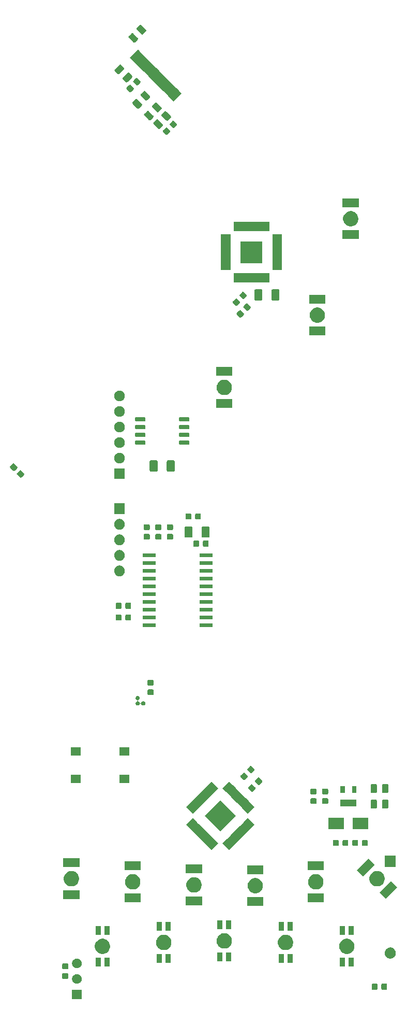
<source format=gbs>
G04 #@! TF.GenerationSoftware,KiCad,Pcbnew,(5.1.5)-3*
G04 #@! TF.CreationDate,2020-02-08T22:33:43-06:00*
G04 #@! TF.ProjectId,tymkrs_Cyphercon_2020_flamingo,74796d6b-7273-45f4-9379-70686572636f,V0*
G04 #@! TF.SameCoordinates,Original*
G04 #@! TF.FileFunction,Soldermask,Bot*
G04 #@! TF.FilePolarity,Negative*
%FSLAX46Y46*%
G04 Gerber Fmt 4.6, Leading zero omitted, Abs format (unit mm)*
G04 Created by KiCad (PCBNEW (5.1.5)-3) date 2020-02-08 22:33:43*
%MOMM*%
%LPD*%
G04 APERTURE LIST*
%ADD10C,0.100000*%
G04 APERTURE END LIST*
D10*
G36*
X103657400Y-195732400D02*
G01*
X102082600Y-195732400D01*
X102082600Y-194157600D01*
X103657400Y-194157600D01*
X103657400Y-195732400D01*
G37*
G36*
X153514292Y-193178439D02*
G01*
X153545872Y-193188019D01*
X153574978Y-193203577D01*
X153600488Y-193224512D01*
X153621423Y-193250022D01*
X153636981Y-193279128D01*
X153646561Y-193310708D01*
X153650400Y-193349690D01*
X153650400Y-194000310D01*
X153646561Y-194039292D01*
X153636981Y-194070872D01*
X153621423Y-194099978D01*
X153600488Y-194125488D01*
X153574978Y-194146423D01*
X153545872Y-194161981D01*
X153514292Y-194171561D01*
X153475310Y-194175400D01*
X152899690Y-194175400D01*
X152860708Y-194171561D01*
X152829128Y-194161981D01*
X152800022Y-194146423D01*
X152774512Y-194125488D01*
X152753577Y-194099978D01*
X152738019Y-194070872D01*
X152728439Y-194039292D01*
X152724600Y-194000310D01*
X152724600Y-193349690D01*
X152728439Y-193310708D01*
X152738019Y-193279128D01*
X152753577Y-193250022D01*
X152774512Y-193224512D01*
X152800022Y-193203577D01*
X152829128Y-193188019D01*
X152860708Y-193178439D01*
X152899690Y-193174600D01*
X153475310Y-193174600D01*
X153514292Y-193178439D01*
G37*
G36*
X151939292Y-193178439D02*
G01*
X151970872Y-193188019D01*
X151999978Y-193203577D01*
X152025488Y-193224512D01*
X152046423Y-193250022D01*
X152061981Y-193279128D01*
X152071561Y-193310708D01*
X152075400Y-193349690D01*
X152075400Y-194000310D01*
X152071561Y-194039292D01*
X152061981Y-194070872D01*
X152046423Y-194099978D01*
X152025488Y-194125488D01*
X151999978Y-194146423D01*
X151970872Y-194161981D01*
X151939292Y-194171561D01*
X151900310Y-194175400D01*
X151324690Y-194175400D01*
X151285708Y-194171561D01*
X151254128Y-194161981D01*
X151225022Y-194146423D01*
X151199512Y-194125488D01*
X151178577Y-194099978D01*
X151163019Y-194070872D01*
X151153439Y-194039292D01*
X151149600Y-194000310D01*
X151149600Y-193349690D01*
X151153439Y-193310708D01*
X151163019Y-193279128D01*
X151178577Y-193250022D01*
X151199512Y-193224512D01*
X151225022Y-193203577D01*
X151254128Y-193188019D01*
X151285708Y-193178439D01*
X151324690Y-193174600D01*
X151900310Y-193174600D01*
X151939292Y-193178439D01*
G37*
G36*
X103099676Y-191647859D02*
G01*
X103242973Y-191707214D01*
X103371938Y-191793386D01*
X103481614Y-191903062D01*
X103567786Y-192032027D01*
X103627141Y-192175324D01*
X103657400Y-192327447D01*
X103657400Y-192482553D01*
X103627141Y-192634676D01*
X103567786Y-192777973D01*
X103481614Y-192906938D01*
X103371938Y-193016614D01*
X103242973Y-193102786D01*
X103099676Y-193162141D01*
X102947553Y-193192400D01*
X102792447Y-193192400D01*
X102640324Y-193162141D01*
X102497027Y-193102786D01*
X102368062Y-193016614D01*
X102258386Y-192906938D01*
X102172214Y-192777973D01*
X102112859Y-192634676D01*
X102082600Y-192482553D01*
X102082600Y-192327447D01*
X102112859Y-192175324D01*
X102172214Y-192032027D01*
X102258386Y-191903062D01*
X102368062Y-191793386D01*
X102497027Y-191707214D01*
X102640324Y-191647859D01*
X102792447Y-191617600D01*
X102947553Y-191617600D01*
X103099676Y-191647859D01*
G37*
G36*
X101329292Y-191463439D02*
G01*
X101360872Y-191473019D01*
X101389978Y-191488577D01*
X101415488Y-191509512D01*
X101436423Y-191535022D01*
X101451981Y-191564128D01*
X101461561Y-191595708D01*
X101465400Y-191634690D01*
X101465400Y-192210310D01*
X101461561Y-192249292D01*
X101451981Y-192280872D01*
X101436423Y-192309978D01*
X101415488Y-192335488D01*
X101389978Y-192356423D01*
X101360872Y-192371981D01*
X101329292Y-192381561D01*
X101290310Y-192385400D01*
X100639690Y-192385400D01*
X100600708Y-192381561D01*
X100569128Y-192371981D01*
X100540022Y-192356423D01*
X100514512Y-192335488D01*
X100493577Y-192309978D01*
X100478019Y-192280872D01*
X100468439Y-192249292D01*
X100464600Y-192210310D01*
X100464600Y-191634690D01*
X100468439Y-191595708D01*
X100478019Y-191564128D01*
X100493577Y-191535022D01*
X100514512Y-191509512D01*
X100540022Y-191488577D01*
X100569128Y-191473019D01*
X100600708Y-191463439D01*
X100639690Y-191459600D01*
X101290310Y-191459600D01*
X101329292Y-191463439D01*
G37*
G36*
X101329292Y-189888439D02*
G01*
X101360872Y-189898019D01*
X101389978Y-189913577D01*
X101415488Y-189934512D01*
X101436423Y-189960022D01*
X101451981Y-189989128D01*
X101461561Y-190020708D01*
X101465400Y-190059690D01*
X101465400Y-190635310D01*
X101461561Y-190674292D01*
X101451981Y-190705872D01*
X101436423Y-190734978D01*
X101415488Y-190760488D01*
X101389978Y-190781423D01*
X101360872Y-190796981D01*
X101329292Y-190806561D01*
X101290310Y-190810400D01*
X100639690Y-190810400D01*
X100600708Y-190806561D01*
X100569128Y-190796981D01*
X100540022Y-190781423D01*
X100514512Y-190760488D01*
X100493577Y-190734978D01*
X100478019Y-190705872D01*
X100468439Y-190674292D01*
X100464600Y-190635310D01*
X100464600Y-190059690D01*
X100468439Y-190020708D01*
X100478019Y-189989128D01*
X100493577Y-189960022D01*
X100514512Y-189934512D01*
X100540022Y-189913577D01*
X100569128Y-189898019D01*
X100600708Y-189888439D01*
X100639690Y-189884600D01*
X101290310Y-189884600D01*
X101329292Y-189888439D01*
G37*
G36*
X103099676Y-189107859D02*
G01*
X103242973Y-189167214D01*
X103371938Y-189253386D01*
X103481614Y-189363062D01*
X103567786Y-189492027D01*
X103627141Y-189635324D01*
X103657400Y-189787447D01*
X103657400Y-189942553D01*
X103627141Y-190094676D01*
X103567786Y-190237973D01*
X103481614Y-190366938D01*
X103371938Y-190476614D01*
X103242973Y-190562786D01*
X103099676Y-190622141D01*
X102947553Y-190652400D01*
X102792447Y-190652400D01*
X102640324Y-190622141D01*
X102497027Y-190562786D01*
X102368062Y-190476614D01*
X102258386Y-190366938D01*
X102172214Y-190237973D01*
X102112859Y-190094676D01*
X102082600Y-189942553D01*
X102082600Y-189787447D01*
X102112859Y-189635324D01*
X102172214Y-189492027D01*
X102258386Y-189363062D01*
X102368062Y-189253386D01*
X102497027Y-189167214D01*
X102640324Y-189107859D01*
X102792447Y-189077600D01*
X102947553Y-189077600D01*
X103099676Y-189107859D01*
G37*
G36*
X146766400Y-190396400D02*
G01*
X145915600Y-190396400D01*
X145915600Y-188945600D01*
X146766400Y-188945600D01*
X146766400Y-190396400D01*
G37*
G36*
X148216400Y-190396400D02*
G01*
X147365600Y-190396400D01*
X147365600Y-188945600D01*
X148216400Y-188945600D01*
X148216400Y-190396400D01*
G37*
G36*
X108211400Y-190396400D02*
G01*
X107360600Y-190396400D01*
X107360600Y-188945600D01*
X108211400Y-188945600D01*
X108211400Y-190396400D01*
G37*
G36*
X106761400Y-190396400D02*
G01*
X105910600Y-190396400D01*
X105910600Y-188945600D01*
X106761400Y-188945600D01*
X106761400Y-190396400D01*
G37*
G36*
X136733400Y-189761400D02*
G01*
X135882600Y-189761400D01*
X135882600Y-188310600D01*
X136733400Y-188310600D01*
X136733400Y-189761400D01*
G37*
G36*
X118244400Y-189761400D02*
G01*
X117393600Y-189761400D01*
X117393600Y-188310600D01*
X118244400Y-188310600D01*
X118244400Y-189761400D01*
G37*
G36*
X116794400Y-189761400D02*
G01*
X115943600Y-189761400D01*
X115943600Y-188310600D01*
X116794400Y-188310600D01*
X116794400Y-189761400D01*
G37*
G36*
X138183400Y-189761400D02*
G01*
X137332600Y-189761400D01*
X137332600Y-188310600D01*
X138183400Y-188310600D01*
X138183400Y-189761400D01*
G37*
G36*
X128150400Y-189507400D02*
G01*
X127299600Y-189507400D01*
X127299600Y-188056600D01*
X128150400Y-188056600D01*
X128150400Y-189507400D01*
G37*
G36*
X126700400Y-189507400D02*
G01*
X125849600Y-189507400D01*
X125849600Y-188056600D01*
X126700400Y-188056600D01*
X126700400Y-189507400D01*
G37*
G36*
X154444721Y-187283940D02*
G01*
X154542201Y-187324318D01*
X154611130Y-187352869D01*
X154611131Y-187352870D01*
X154760896Y-187452939D01*
X154888261Y-187580304D01*
X154926787Y-187637963D01*
X154988331Y-187730070D01*
X155016882Y-187798999D01*
X155057260Y-187896479D01*
X155092400Y-188073139D01*
X155092400Y-188253261D01*
X155057260Y-188429921D01*
X155016882Y-188527401D01*
X154988331Y-188596330D01*
X154988330Y-188596331D01*
X154888261Y-188746096D01*
X154760896Y-188873461D01*
X154660826Y-188940325D01*
X154611130Y-188973531D01*
X154542201Y-189002082D01*
X154444721Y-189042460D01*
X154268061Y-189077600D01*
X154087939Y-189077600D01*
X153911279Y-189042460D01*
X153813799Y-189002082D01*
X153744870Y-188973531D01*
X153695174Y-188940325D01*
X153595104Y-188873461D01*
X153467739Y-188746096D01*
X153367670Y-188596331D01*
X153367669Y-188596330D01*
X153339118Y-188527401D01*
X153298740Y-188429921D01*
X153263600Y-188253261D01*
X153263600Y-188073139D01*
X153298740Y-187896479D01*
X153339118Y-187798999D01*
X153367669Y-187730070D01*
X153429213Y-187637963D01*
X153467739Y-187580304D01*
X153595104Y-187452939D01*
X153744869Y-187352870D01*
X153744870Y-187352869D01*
X153813799Y-187324318D01*
X153911279Y-187283940D01*
X154087939Y-187248800D01*
X154268061Y-187248800D01*
X154444721Y-187283940D01*
G37*
G36*
X147430610Y-185869036D02*
G01*
X147658095Y-185963264D01*
X147658097Y-185963265D01*
X147862828Y-186100062D01*
X148036938Y-186274172D01*
X148062805Y-186312884D01*
X148173736Y-186478905D01*
X148267964Y-186706390D01*
X148316000Y-186947884D01*
X148316000Y-187194116D01*
X148267964Y-187435610D01*
X148173736Y-187663095D01*
X148173735Y-187663097D01*
X148036938Y-187867828D01*
X147862828Y-188041938D01*
X147658097Y-188178735D01*
X147658096Y-188178736D01*
X147658095Y-188178736D01*
X147430610Y-188272964D01*
X147189116Y-188321000D01*
X146942884Y-188321000D01*
X146701390Y-188272964D01*
X146473905Y-188178736D01*
X146473904Y-188178736D01*
X146473903Y-188178735D01*
X146269172Y-188041938D01*
X146095062Y-187867828D01*
X145958265Y-187663097D01*
X145958264Y-187663095D01*
X145864036Y-187435610D01*
X145816000Y-187194116D01*
X145816000Y-186947884D01*
X145864036Y-186706390D01*
X145958264Y-186478905D01*
X146069196Y-186312884D01*
X146095062Y-186274172D01*
X146269172Y-186100062D01*
X146473903Y-185963265D01*
X146473905Y-185963264D01*
X146701390Y-185869036D01*
X146942884Y-185821000D01*
X147189116Y-185821000D01*
X147430610Y-185869036D01*
G37*
G36*
X107425610Y-185869036D02*
G01*
X107653095Y-185963264D01*
X107653097Y-185963265D01*
X107857828Y-186100062D01*
X108031938Y-186274172D01*
X108057805Y-186312884D01*
X108168736Y-186478905D01*
X108262964Y-186706390D01*
X108311000Y-186947884D01*
X108311000Y-187194116D01*
X108262964Y-187435610D01*
X108168736Y-187663095D01*
X108168735Y-187663097D01*
X108031938Y-187867828D01*
X107857828Y-188041938D01*
X107653097Y-188178735D01*
X107653096Y-188178736D01*
X107653095Y-188178736D01*
X107425610Y-188272964D01*
X107184116Y-188321000D01*
X106937884Y-188321000D01*
X106696390Y-188272964D01*
X106468905Y-188178736D01*
X106468904Y-188178736D01*
X106468903Y-188178735D01*
X106264172Y-188041938D01*
X106090062Y-187867828D01*
X105953265Y-187663097D01*
X105953264Y-187663095D01*
X105859036Y-187435610D01*
X105811000Y-187194116D01*
X105811000Y-186947884D01*
X105859036Y-186706390D01*
X105953264Y-186478905D01*
X106064196Y-186312884D01*
X106090062Y-186274172D01*
X106264172Y-186100062D01*
X106468903Y-185963265D01*
X106468905Y-185963264D01*
X106696390Y-185869036D01*
X106937884Y-185821000D01*
X107184116Y-185821000D01*
X107425610Y-185869036D01*
G37*
G36*
X137397610Y-185234036D02*
G01*
X137625095Y-185328264D01*
X137625097Y-185328265D01*
X137829828Y-185465062D01*
X138003938Y-185639172D01*
X138125432Y-185821000D01*
X138140736Y-185843905D01*
X138234964Y-186071390D01*
X138283000Y-186312884D01*
X138283000Y-186559116D01*
X138234964Y-186800610D01*
X138173960Y-186947886D01*
X138140735Y-187028097D01*
X138003938Y-187232828D01*
X137829828Y-187406938D01*
X137625097Y-187543735D01*
X137625096Y-187543736D01*
X137625095Y-187543736D01*
X137397610Y-187637964D01*
X137156116Y-187686000D01*
X136909884Y-187686000D01*
X136668390Y-187637964D01*
X136440905Y-187543736D01*
X136440904Y-187543736D01*
X136440903Y-187543735D01*
X136236172Y-187406938D01*
X136062062Y-187232828D01*
X135925265Y-187028097D01*
X135892040Y-186947886D01*
X135831036Y-186800610D01*
X135783000Y-186559116D01*
X135783000Y-186312884D01*
X135831036Y-186071390D01*
X135925264Y-185843905D01*
X135940569Y-185821000D01*
X136062062Y-185639172D01*
X136236172Y-185465062D01*
X136440903Y-185328265D01*
X136440905Y-185328264D01*
X136668390Y-185234036D01*
X136909884Y-185186000D01*
X137156116Y-185186000D01*
X137397610Y-185234036D01*
G37*
G36*
X117458610Y-185234036D02*
G01*
X117686095Y-185328264D01*
X117686097Y-185328265D01*
X117890828Y-185465062D01*
X118064938Y-185639172D01*
X118186432Y-185821000D01*
X118201736Y-185843905D01*
X118295964Y-186071390D01*
X118344000Y-186312884D01*
X118344000Y-186559116D01*
X118295964Y-186800610D01*
X118234960Y-186947886D01*
X118201735Y-187028097D01*
X118064938Y-187232828D01*
X117890828Y-187406938D01*
X117686097Y-187543735D01*
X117686096Y-187543736D01*
X117686095Y-187543736D01*
X117458610Y-187637964D01*
X117217116Y-187686000D01*
X116970884Y-187686000D01*
X116729390Y-187637964D01*
X116501905Y-187543736D01*
X116501904Y-187543736D01*
X116501903Y-187543735D01*
X116297172Y-187406938D01*
X116123062Y-187232828D01*
X115986265Y-187028097D01*
X115953040Y-186947886D01*
X115892036Y-186800610D01*
X115844000Y-186559116D01*
X115844000Y-186312884D01*
X115892036Y-186071390D01*
X115986264Y-185843905D01*
X116001569Y-185821000D01*
X116123062Y-185639172D01*
X116297172Y-185465062D01*
X116501903Y-185328265D01*
X116501905Y-185328264D01*
X116729390Y-185234036D01*
X116970884Y-185186000D01*
X117217116Y-185186000D01*
X117458610Y-185234036D01*
G37*
G36*
X127364610Y-184980036D02*
G01*
X127592095Y-185074264D01*
X127592097Y-185074265D01*
X127759320Y-185186000D01*
X127796828Y-185211062D01*
X127970938Y-185385172D01*
X128107736Y-185589905D01*
X128201964Y-185817390D01*
X128250000Y-186058884D01*
X128250000Y-186305116D01*
X128201964Y-186546610D01*
X128107736Y-186774095D01*
X128107735Y-186774097D01*
X127970938Y-186978828D01*
X127796828Y-187152938D01*
X127592097Y-187289735D01*
X127592096Y-187289736D01*
X127592095Y-187289736D01*
X127364610Y-187383964D01*
X127123116Y-187432000D01*
X126876884Y-187432000D01*
X126635390Y-187383964D01*
X126407905Y-187289736D01*
X126407904Y-187289736D01*
X126407903Y-187289735D01*
X126203172Y-187152938D01*
X126029062Y-186978828D01*
X125892265Y-186774097D01*
X125892264Y-186774095D01*
X125798036Y-186546610D01*
X125750000Y-186305116D01*
X125750000Y-186058884D01*
X125798036Y-185817390D01*
X125892264Y-185589905D01*
X126029062Y-185385172D01*
X126203172Y-185211062D01*
X126240680Y-185186000D01*
X126407903Y-185074265D01*
X126407905Y-185074264D01*
X126635390Y-184980036D01*
X126876884Y-184932000D01*
X127123116Y-184932000D01*
X127364610Y-184980036D01*
G37*
G36*
X148216400Y-185196400D02*
G01*
X147365600Y-185196400D01*
X147365600Y-183745600D01*
X148216400Y-183745600D01*
X148216400Y-185196400D01*
G37*
G36*
X108211400Y-185196400D02*
G01*
X107360600Y-185196400D01*
X107360600Y-183745600D01*
X108211400Y-183745600D01*
X108211400Y-185196400D01*
G37*
G36*
X146766400Y-185196400D02*
G01*
X145915600Y-185196400D01*
X145915600Y-183745600D01*
X146766400Y-183745600D01*
X146766400Y-185196400D01*
G37*
G36*
X106761400Y-185196400D02*
G01*
X105910600Y-185196400D01*
X105910600Y-183745600D01*
X106761400Y-183745600D01*
X106761400Y-185196400D01*
G37*
G36*
X116794400Y-184561400D02*
G01*
X115943600Y-184561400D01*
X115943600Y-183110600D01*
X116794400Y-183110600D01*
X116794400Y-184561400D01*
G37*
G36*
X136733400Y-184561400D02*
G01*
X135882600Y-184561400D01*
X135882600Y-183110600D01*
X136733400Y-183110600D01*
X136733400Y-184561400D01*
G37*
G36*
X118244400Y-184561400D02*
G01*
X117393600Y-184561400D01*
X117393600Y-183110600D01*
X118244400Y-183110600D01*
X118244400Y-184561400D01*
G37*
G36*
X138183400Y-184561400D02*
G01*
X137332600Y-184561400D01*
X137332600Y-183110600D01*
X138183400Y-183110600D01*
X138183400Y-184561400D01*
G37*
G36*
X126700400Y-184307400D02*
G01*
X125849600Y-184307400D01*
X125849600Y-182856600D01*
X126700400Y-182856600D01*
X126700400Y-184307400D01*
G37*
G36*
X128150400Y-184307400D02*
G01*
X127299600Y-184307400D01*
X127299600Y-182856600D01*
X128150400Y-182856600D01*
X128150400Y-184307400D01*
G37*
G36*
X133405400Y-180490400D02*
G01*
X130754600Y-180490400D01*
X130754600Y-179039600D01*
X133405400Y-179039600D01*
X133405400Y-180490400D01*
G37*
G36*
X123372400Y-180363400D02*
G01*
X120721600Y-180363400D01*
X120721600Y-178912600D01*
X123372400Y-178912600D01*
X123372400Y-180363400D01*
G37*
G36*
X113339400Y-179855400D02*
G01*
X110688600Y-179855400D01*
X110688600Y-178404600D01*
X113339400Y-178404600D01*
X113339400Y-179855400D01*
G37*
G36*
X143311400Y-179855400D02*
G01*
X140660600Y-179855400D01*
X140660600Y-178404600D01*
X143311400Y-178404600D01*
X143311400Y-179855400D01*
G37*
G36*
X103306400Y-179347400D02*
G01*
X100655600Y-179347400D01*
X100655600Y-177896600D01*
X103306400Y-177896600D01*
X103306400Y-179347400D01*
G37*
G36*
X155307613Y-177436214D02*
G01*
X153433214Y-179310613D01*
X152407343Y-178284742D01*
X154281742Y-176410343D01*
X155307613Y-177436214D01*
G37*
G36*
X132444610Y-175963036D02*
G01*
X132672095Y-176057264D01*
X132672097Y-176057265D01*
X132876828Y-176194062D01*
X133050938Y-176368172D01*
X133102878Y-176445905D01*
X133187736Y-176572905D01*
X133281964Y-176800390D01*
X133330000Y-177041884D01*
X133330000Y-177288116D01*
X133281964Y-177529610D01*
X133187736Y-177757095D01*
X133187735Y-177757097D01*
X133050938Y-177961828D01*
X132876828Y-178135938D01*
X132672097Y-178272735D01*
X132672096Y-178272736D01*
X132672095Y-178272736D01*
X132444610Y-178366964D01*
X132203116Y-178415000D01*
X131956884Y-178415000D01*
X131715390Y-178366964D01*
X131487905Y-178272736D01*
X131487904Y-178272736D01*
X131487903Y-178272735D01*
X131283172Y-178135938D01*
X131109062Y-177961828D01*
X130972265Y-177757097D01*
X130972264Y-177757095D01*
X130878036Y-177529610D01*
X130830000Y-177288116D01*
X130830000Y-177041884D01*
X130878036Y-176800390D01*
X130972264Y-176572905D01*
X131057123Y-176445905D01*
X131109062Y-176368172D01*
X131283172Y-176194062D01*
X131487903Y-176057265D01*
X131487905Y-176057264D01*
X131715390Y-175963036D01*
X131956884Y-175915000D01*
X132203116Y-175915000D01*
X132444610Y-175963036D01*
G37*
G36*
X122411610Y-175836036D02*
G01*
X122639095Y-175930264D01*
X122639097Y-175930265D01*
X122843828Y-176067062D01*
X123017938Y-176241172D01*
X123130975Y-176410343D01*
X123154736Y-176445905D01*
X123248964Y-176673390D01*
X123297000Y-176914884D01*
X123297000Y-177161116D01*
X123248964Y-177402610D01*
X123196358Y-177529611D01*
X123154735Y-177630097D01*
X123017938Y-177834828D01*
X122843828Y-178008938D01*
X122639097Y-178145735D01*
X122639096Y-178145736D01*
X122639095Y-178145736D01*
X122411610Y-178239964D01*
X122170116Y-178288000D01*
X121923884Y-178288000D01*
X121682390Y-178239964D01*
X121454905Y-178145736D01*
X121454904Y-178145736D01*
X121454903Y-178145735D01*
X121250172Y-178008938D01*
X121076062Y-177834828D01*
X120939265Y-177630097D01*
X120897642Y-177529611D01*
X120845036Y-177402610D01*
X120797000Y-177161116D01*
X120797000Y-176914884D01*
X120845036Y-176673390D01*
X120939264Y-176445905D01*
X120963026Y-176410343D01*
X121076062Y-176241172D01*
X121250172Y-176067062D01*
X121454903Y-175930265D01*
X121454905Y-175930264D01*
X121682390Y-175836036D01*
X121923884Y-175788000D01*
X122170116Y-175788000D01*
X122411610Y-175836036D01*
G37*
G36*
X112378610Y-175328036D02*
G01*
X112606095Y-175422264D01*
X112606097Y-175422265D01*
X112810828Y-175559062D01*
X112984938Y-175733172D01*
X113116631Y-175930264D01*
X113121736Y-175937905D01*
X113215964Y-176165390D01*
X113264000Y-176406884D01*
X113264000Y-176653116D01*
X113215964Y-176894610D01*
X113154960Y-177041886D01*
X113121735Y-177122097D01*
X112984938Y-177326828D01*
X112810828Y-177500938D01*
X112606097Y-177637735D01*
X112606096Y-177637736D01*
X112606095Y-177637736D01*
X112378610Y-177731964D01*
X112137116Y-177780000D01*
X111890884Y-177780000D01*
X111649390Y-177731964D01*
X111421905Y-177637736D01*
X111421904Y-177637736D01*
X111421903Y-177637735D01*
X111217172Y-177500938D01*
X111043062Y-177326828D01*
X110906265Y-177122097D01*
X110873040Y-177041886D01*
X110812036Y-176894610D01*
X110764000Y-176653116D01*
X110764000Y-176406884D01*
X110812036Y-176165390D01*
X110906264Y-175937905D01*
X110911370Y-175930264D01*
X111043062Y-175733172D01*
X111217172Y-175559062D01*
X111421903Y-175422265D01*
X111421905Y-175422264D01*
X111649390Y-175328036D01*
X111890884Y-175280000D01*
X112137116Y-175280000D01*
X112378610Y-175328036D01*
G37*
G36*
X142350610Y-175328036D02*
G01*
X142578095Y-175422264D01*
X142578097Y-175422265D01*
X142782828Y-175559062D01*
X142956938Y-175733172D01*
X143088631Y-175930264D01*
X143093736Y-175937905D01*
X143187964Y-176165390D01*
X143236000Y-176406884D01*
X143236000Y-176653116D01*
X143187964Y-176894610D01*
X143126960Y-177041886D01*
X143093735Y-177122097D01*
X142956938Y-177326828D01*
X142782828Y-177500938D01*
X142578097Y-177637735D01*
X142578096Y-177637736D01*
X142578095Y-177637736D01*
X142350610Y-177731964D01*
X142109116Y-177780000D01*
X141862884Y-177780000D01*
X141621390Y-177731964D01*
X141393905Y-177637736D01*
X141393904Y-177637736D01*
X141393903Y-177637735D01*
X141189172Y-177500938D01*
X141015062Y-177326828D01*
X140878265Y-177122097D01*
X140845040Y-177041886D01*
X140784036Y-176894610D01*
X140736000Y-176653116D01*
X140736000Y-176406884D01*
X140784036Y-176165390D01*
X140878264Y-175937905D01*
X140883370Y-175930264D01*
X141015062Y-175733172D01*
X141189172Y-175559062D01*
X141393903Y-175422265D01*
X141393905Y-175422264D01*
X141621390Y-175328036D01*
X141862884Y-175280000D01*
X142109116Y-175280000D01*
X142350610Y-175328036D01*
G37*
G36*
X102345610Y-174820036D02*
G01*
X102573095Y-174914264D01*
X102573097Y-174914265D01*
X102777828Y-175051062D01*
X102951938Y-175225172D01*
X103083631Y-175422264D01*
X103088736Y-175429905D01*
X103182964Y-175657390D01*
X103231000Y-175898884D01*
X103231000Y-176145116D01*
X103182964Y-176386610D01*
X103088736Y-176614095D01*
X103088735Y-176614097D01*
X102951938Y-176818828D01*
X102777828Y-176992938D01*
X102573097Y-177129735D01*
X102573096Y-177129736D01*
X102573095Y-177129736D01*
X102345610Y-177223964D01*
X102104116Y-177272000D01*
X101857884Y-177272000D01*
X101616390Y-177223964D01*
X101388905Y-177129736D01*
X101388904Y-177129736D01*
X101388903Y-177129735D01*
X101184172Y-176992938D01*
X101010062Y-176818828D01*
X100873265Y-176614097D01*
X100873264Y-176614095D01*
X100779036Y-176386610D01*
X100731000Y-176145116D01*
X100731000Y-175898884D01*
X100779036Y-175657390D01*
X100873264Y-175429905D01*
X100878370Y-175422264D01*
X101010062Y-175225172D01*
X101184172Y-175051062D01*
X101388903Y-174914265D01*
X101388905Y-174914264D01*
X101616390Y-174820036D01*
X101857884Y-174772000D01*
X102104116Y-174772000D01*
X102345610Y-174820036D01*
G37*
G36*
X152383610Y-174820036D02*
G01*
X152611095Y-174914264D01*
X152611097Y-174914265D01*
X152815828Y-175051062D01*
X152989938Y-175225172D01*
X153121631Y-175422264D01*
X153126736Y-175429905D01*
X153220964Y-175657390D01*
X153269000Y-175898884D01*
X153269000Y-176145116D01*
X153220964Y-176386610D01*
X153126736Y-176614095D01*
X153126735Y-176614097D01*
X152989938Y-176818828D01*
X152815828Y-176992938D01*
X152611097Y-177129735D01*
X152611096Y-177129736D01*
X152611095Y-177129736D01*
X152383610Y-177223964D01*
X152142116Y-177272000D01*
X151895884Y-177272000D01*
X151654390Y-177223964D01*
X151426905Y-177129736D01*
X151426904Y-177129736D01*
X151426903Y-177129735D01*
X151222172Y-176992938D01*
X151048062Y-176818828D01*
X150911265Y-176614097D01*
X150911264Y-176614095D01*
X150817036Y-176386610D01*
X150769000Y-176145116D01*
X150769000Y-175898884D01*
X150817036Y-175657390D01*
X150911264Y-175429905D01*
X150916370Y-175422264D01*
X151048062Y-175225172D01*
X151222172Y-175051062D01*
X151426903Y-174914265D01*
X151426905Y-174914264D01*
X151654390Y-174820036D01*
X151895884Y-174772000D01*
X152142116Y-174772000D01*
X152383610Y-174820036D01*
G37*
G36*
X151630657Y-173759258D02*
G01*
X149756258Y-175633657D01*
X148730387Y-174607786D01*
X150604786Y-172733387D01*
X151630657Y-173759258D01*
G37*
G36*
X133405400Y-175290400D02*
G01*
X130754600Y-175290400D01*
X130754600Y-173839600D01*
X133405400Y-173839600D01*
X133405400Y-175290400D01*
G37*
G36*
X123372400Y-175163400D02*
G01*
X120721600Y-175163400D01*
X120721600Y-173712600D01*
X123372400Y-173712600D01*
X123372400Y-175163400D01*
G37*
G36*
X143311400Y-174655400D02*
G01*
X140660600Y-174655400D01*
X140660600Y-173204600D01*
X143311400Y-173204600D01*
X143311400Y-174655400D01*
G37*
G36*
X113339400Y-174655400D02*
G01*
X110688600Y-174655400D01*
X110688600Y-173204600D01*
X113339400Y-173204600D01*
X113339400Y-174655400D01*
G37*
G36*
X103306400Y-174147400D02*
G01*
X100655600Y-174147400D01*
X100655600Y-172696600D01*
X103306400Y-172696600D01*
X103306400Y-174147400D01*
G37*
G36*
X155092400Y-174091600D02*
G01*
X153263600Y-174091600D01*
X153263600Y-172262800D01*
X155092400Y-172262800D01*
X155092400Y-174091600D01*
G37*
G36*
X122122925Y-166336041D02*
G01*
X122122925Y-166336042D01*
X122228425Y-166441542D01*
X122228425Y-166441541D01*
X122476478Y-166689594D01*
X122476478Y-166689595D01*
X122581979Y-166795096D01*
X122581979Y-166795095D01*
X122830032Y-167043148D01*
X122830032Y-167043149D01*
X122935532Y-167148649D01*
X122935532Y-167148648D01*
X123183585Y-167396701D01*
X123183585Y-167396702D01*
X123289085Y-167502202D01*
X123289085Y-167502201D01*
X123537138Y-167750254D01*
X123537138Y-167750255D01*
X123642639Y-167855756D01*
X123642639Y-167855755D01*
X123890692Y-168103808D01*
X123890692Y-168103809D01*
X123996192Y-168209309D01*
X123996192Y-168209308D01*
X124244245Y-168457361D01*
X124244245Y-168457362D01*
X124349746Y-168562863D01*
X124349746Y-168562862D01*
X124597799Y-168810915D01*
X124597799Y-168810916D01*
X124703299Y-168916416D01*
X124703299Y-168916415D01*
X124951352Y-169164468D01*
X124951352Y-169164469D01*
X125056852Y-169269969D01*
X125056852Y-169269968D01*
X125304905Y-169518021D01*
X125304905Y-169518022D01*
X125410406Y-169623523D01*
X125410406Y-169623522D01*
X125658459Y-169871575D01*
X125658459Y-169871576D01*
X125763959Y-169977076D01*
X125763959Y-169977075D01*
X126012012Y-170225128D01*
X124915431Y-171321709D01*
X124667378Y-171073656D01*
X124667379Y-171073656D01*
X124561879Y-170968156D01*
X124561878Y-170968156D01*
X124313825Y-170720103D01*
X124313826Y-170720103D01*
X124208325Y-170614602D01*
X124208324Y-170614602D01*
X123960271Y-170366549D01*
X123960272Y-170366549D01*
X123854772Y-170261049D01*
X123854771Y-170261049D01*
X123606718Y-170012996D01*
X123606719Y-170012996D01*
X123501219Y-169907496D01*
X123501218Y-169907496D01*
X123253165Y-169659443D01*
X123253166Y-169659443D01*
X123147665Y-169553942D01*
X123147664Y-169553942D01*
X122899611Y-169305889D01*
X122899612Y-169305889D01*
X122794112Y-169200389D01*
X122794111Y-169200389D01*
X122546058Y-168952336D01*
X122546059Y-168952336D01*
X122440558Y-168846835D01*
X122440557Y-168846835D01*
X122192504Y-168598782D01*
X122192505Y-168598782D01*
X122087005Y-168493282D01*
X122087004Y-168493282D01*
X121838951Y-168245229D01*
X121838952Y-168245229D01*
X121733452Y-168139729D01*
X121733451Y-168139729D01*
X121485398Y-167891676D01*
X121485399Y-167891676D01*
X121379898Y-167786175D01*
X121379897Y-167786175D01*
X121131844Y-167538122D01*
X121131845Y-167538122D01*
X121026345Y-167432622D01*
X121026344Y-167432622D01*
X120778291Y-167184569D01*
X121874872Y-166087988D01*
X122122925Y-166336041D01*
G37*
G36*
X131951709Y-167184569D02*
G01*
X127814569Y-171321709D01*
X126717988Y-170225128D01*
X126966041Y-169977075D01*
X126966042Y-169977076D01*
X127071542Y-169871576D01*
X127071541Y-169871575D01*
X127319594Y-169623522D01*
X127319595Y-169623523D01*
X127425096Y-169518022D01*
X127425095Y-169518021D01*
X127673148Y-169269968D01*
X127673149Y-169269969D01*
X127778649Y-169164469D01*
X127778648Y-169164468D01*
X128026701Y-168916415D01*
X128026702Y-168916416D01*
X128132202Y-168810916D01*
X128132201Y-168810915D01*
X128380254Y-168562862D01*
X128380255Y-168562863D01*
X128485756Y-168457362D01*
X128485755Y-168457361D01*
X128733808Y-168209308D01*
X128733809Y-168209309D01*
X128839309Y-168103809D01*
X128839308Y-168103808D01*
X129087361Y-167855755D01*
X129087362Y-167855756D01*
X129192863Y-167750255D01*
X129192862Y-167750254D01*
X129440915Y-167502201D01*
X129440916Y-167502202D01*
X129546416Y-167396702D01*
X129546415Y-167396701D01*
X129794468Y-167148648D01*
X129794469Y-167148649D01*
X129899969Y-167043149D01*
X129899968Y-167043148D01*
X130148021Y-166795095D01*
X130148022Y-166795096D01*
X130253523Y-166689595D01*
X130253522Y-166689594D01*
X130501575Y-166441541D01*
X130501576Y-166441542D01*
X130607076Y-166336042D01*
X130607075Y-166336041D01*
X130855128Y-166087988D01*
X131951709Y-167184569D01*
G37*
G36*
X147164292Y-169683439D02*
G01*
X147195872Y-169693019D01*
X147224978Y-169708577D01*
X147250488Y-169729512D01*
X147271423Y-169755022D01*
X147286981Y-169784128D01*
X147296561Y-169815708D01*
X147300400Y-169854690D01*
X147300400Y-170505310D01*
X147296561Y-170544292D01*
X147286981Y-170575872D01*
X147271423Y-170604978D01*
X147250488Y-170630488D01*
X147224978Y-170651423D01*
X147195872Y-170666981D01*
X147164292Y-170676561D01*
X147125310Y-170680400D01*
X146549690Y-170680400D01*
X146510708Y-170676561D01*
X146479128Y-170666981D01*
X146450022Y-170651423D01*
X146424512Y-170630488D01*
X146403577Y-170604978D01*
X146388019Y-170575872D01*
X146378439Y-170544292D01*
X146374600Y-170505310D01*
X146374600Y-169854690D01*
X146378439Y-169815708D01*
X146388019Y-169784128D01*
X146403577Y-169755022D01*
X146424512Y-169729512D01*
X146450022Y-169708577D01*
X146479128Y-169693019D01*
X146510708Y-169683439D01*
X146549690Y-169679600D01*
X147125310Y-169679600D01*
X147164292Y-169683439D01*
G37*
G36*
X145589292Y-169683439D02*
G01*
X145620872Y-169693019D01*
X145649978Y-169708577D01*
X145675488Y-169729512D01*
X145696423Y-169755022D01*
X145711981Y-169784128D01*
X145721561Y-169815708D01*
X145725400Y-169854690D01*
X145725400Y-170505310D01*
X145721561Y-170544292D01*
X145711981Y-170575872D01*
X145696423Y-170604978D01*
X145675488Y-170630488D01*
X145649978Y-170651423D01*
X145620872Y-170666981D01*
X145589292Y-170676561D01*
X145550310Y-170680400D01*
X144974690Y-170680400D01*
X144935708Y-170676561D01*
X144904128Y-170666981D01*
X144875022Y-170651423D01*
X144849512Y-170630488D01*
X144828577Y-170604978D01*
X144813019Y-170575872D01*
X144803439Y-170544292D01*
X144799600Y-170505310D01*
X144799600Y-169854690D01*
X144803439Y-169815708D01*
X144813019Y-169784128D01*
X144828577Y-169755022D01*
X144849512Y-169729512D01*
X144875022Y-169708577D01*
X144904128Y-169693019D01*
X144935708Y-169683439D01*
X144974690Y-169679600D01*
X145550310Y-169679600D01*
X145589292Y-169683439D01*
G37*
G36*
X150339292Y-169683439D02*
G01*
X150370872Y-169693019D01*
X150399978Y-169708577D01*
X150425488Y-169729512D01*
X150446423Y-169755022D01*
X150461981Y-169784128D01*
X150471561Y-169815708D01*
X150475400Y-169854690D01*
X150475400Y-170505310D01*
X150471561Y-170544292D01*
X150461981Y-170575872D01*
X150446423Y-170604978D01*
X150425488Y-170630488D01*
X150399978Y-170651423D01*
X150370872Y-170666981D01*
X150339292Y-170676561D01*
X150300310Y-170680400D01*
X149724690Y-170680400D01*
X149685708Y-170676561D01*
X149654128Y-170666981D01*
X149625022Y-170651423D01*
X149599512Y-170630488D01*
X149578577Y-170604978D01*
X149563019Y-170575872D01*
X149553439Y-170544292D01*
X149549600Y-170505310D01*
X149549600Y-169854690D01*
X149553439Y-169815708D01*
X149563019Y-169784128D01*
X149578577Y-169755022D01*
X149599512Y-169729512D01*
X149625022Y-169708577D01*
X149654128Y-169693019D01*
X149685708Y-169683439D01*
X149724690Y-169679600D01*
X150300310Y-169679600D01*
X150339292Y-169683439D01*
G37*
G36*
X148764292Y-169683439D02*
G01*
X148795872Y-169693019D01*
X148824978Y-169708577D01*
X148850488Y-169729512D01*
X148871423Y-169755022D01*
X148886981Y-169784128D01*
X148896561Y-169815708D01*
X148900400Y-169854690D01*
X148900400Y-170505310D01*
X148896561Y-170544292D01*
X148886981Y-170575872D01*
X148871423Y-170604978D01*
X148850488Y-170630488D01*
X148824978Y-170651423D01*
X148795872Y-170666981D01*
X148764292Y-170676561D01*
X148725310Y-170680400D01*
X148149690Y-170680400D01*
X148110708Y-170676561D01*
X148079128Y-170666981D01*
X148050022Y-170651423D01*
X148024512Y-170630488D01*
X148003577Y-170604978D01*
X147988019Y-170575872D01*
X147978439Y-170544292D01*
X147974600Y-170505310D01*
X147974600Y-169854690D01*
X147978439Y-169815708D01*
X147988019Y-169784128D01*
X148003577Y-169755022D01*
X148024512Y-169729512D01*
X148050022Y-169708577D01*
X148079128Y-169693019D01*
X148110708Y-169683439D01*
X148149690Y-169679600D01*
X148725310Y-169679600D01*
X148764292Y-169683439D01*
G37*
G36*
X128875795Y-165735000D02*
G01*
X126365000Y-168245795D01*
X123854205Y-165735000D01*
X126365000Y-163224205D01*
X128875795Y-165735000D01*
G37*
G36*
X146595400Y-167930400D02*
G01*
X144044600Y-167930400D01*
X144044600Y-166079600D01*
X146595400Y-166079600D01*
X146595400Y-167930400D01*
G37*
G36*
X150595400Y-167930400D02*
G01*
X148044600Y-167930400D01*
X148044600Y-166079600D01*
X150595400Y-166079600D01*
X150595400Y-167930400D01*
G37*
G36*
X126012012Y-161244872D02*
G01*
X121874872Y-165382012D01*
X120778291Y-164285431D01*
X121026344Y-164037378D01*
X121026345Y-164037379D01*
X121131845Y-163931879D01*
X121131844Y-163931878D01*
X121379897Y-163683825D01*
X121379898Y-163683826D01*
X121485399Y-163578325D01*
X121485398Y-163578324D01*
X121733451Y-163330271D01*
X121733452Y-163330272D01*
X121838952Y-163224772D01*
X121838951Y-163224771D01*
X122087004Y-162976718D01*
X122087005Y-162976719D01*
X122192505Y-162871219D01*
X122192504Y-162871218D01*
X122440557Y-162623165D01*
X122440558Y-162623166D01*
X122546059Y-162517665D01*
X122546058Y-162517664D01*
X122794111Y-162269611D01*
X122794112Y-162269612D01*
X122899612Y-162164112D01*
X122899611Y-162164111D01*
X123147664Y-161916058D01*
X123147665Y-161916059D01*
X123253166Y-161810558D01*
X123253165Y-161810557D01*
X123501218Y-161562504D01*
X123501219Y-161562505D01*
X123606719Y-161457005D01*
X123606718Y-161457004D01*
X123854771Y-161208951D01*
X123854772Y-161208952D01*
X123960272Y-161103452D01*
X123960271Y-161103451D01*
X124208324Y-160855398D01*
X124208325Y-160855399D01*
X124313826Y-160749898D01*
X124313825Y-160749897D01*
X124561878Y-160501844D01*
X124561879Y-160501845D01*
X124667379Y-160396345D01*
X124667378Y-160396344D01*
X124915431Y-160148291D01*
X126012012Y-161244872D01*
G37*
G36*
X128062622Y-160396344D02*
G01*
X128062622Y-160396345D01*
X128168122Y-160501845D01*
X128168122Y-160501844D01*
X128416175Y-160749897D01*
X128416175Y-160749898D01*
X128521676Y-160855399D01*
X128521676Y-160855398D01*
X128769729Y-161103451D01*
X128769729Y-161103452D01*
X128875229Y-161208952D01*
X128875229Y-161208951D01*
X129123282Y-161457004D01*
X129123282Y-161457005D01*
X129228782Y-161562505D01*
X129228782Y-161562504D01*
X129476835Y-161810557D01*
X129476835Y-161810558D01*
X129582336Y-161916059D01*
X129582336Y-161916058D01*
X129830389Y-162164111D01*
X129830389Y-162164112D01*
X129935889Y-162269612D01*
X129935889Y-162269611D01*
X130183942Y-162517664D01*
X130183942Y-162517665D01*
X130289443Y-162623166D01*
X130289443Y-162623165D01*
X130537496Y-162871218D01*
X130537496Y-162871219D01*
X130642996Y-162976719D01*
X130642996Y-162976718D01*
X130891049Y-163224771D01*
X130891049Y-163224772D01*
X130996549Y-163330272D01*
X130996549Y-163330271D01*
X131244602Y-163578324D01*
X131244602Y-163578325D01*
X131350103Y-163683826D01*
X131350103Y-163683825D01*
X131598156Y-163931878D01*
X131598156Y-163931879D01*
X131703656Y-164037379D01*
X131703656Y-164037378D01*
X131951709Y-164285431D01*
X130855128Y-165382012D01*
X130607075Y-165133959D01*
X130607076Y-165133959D01*
X130501576Y-165028459D01*
X130501575Y-165028459D01*
X130253522Y-164780406D01*
X130253523Y-164780406D01*
X130148022Y-164674905D01*
X130148021Y-164674905D01*
X129899968Y-164426852D01*
X129899969Y-164426852D01*
X129794469Y-164321352D01*
X129794468Y-164321352D01*
X129546415Y-164073299D01*
X129546416Y-164073299D01*
X129440916Y-163967799D01*
X129440915Y-163967799D01*
X129192862Y-163719746D01*
X129192863Y-163719746D01*
X129087362Y-163614245D01*
X129087361Y-163614245D01*
X128839308Y-163366192D01*
X128839309Y-163366192D01*
X128733809Y-163260692D01*
X128733808Y-163260692D01*
X128485755Y-163012639D01*
X128485756Y-163012639D01*
X128380255Y-162907138D01*
X128380254Y-162907138D01*
X128132201Y-162659085D01*
X128132202Y-162659085D01*
X128026702Y-162553585D01*
X128026701Y-162553585D01*
X127778648Y-162305532D01*
X127778649Y-162305532D01*
X127673149Y-162200032D01*
X127673148Y-162200032D01*
X127425095Y-161951979D01*
X127425096Y-161951979D01*
X127319595Y-161846478D01*
X127319594Y-161846478D01*
X127071541Y-161598425D01*
X127071542Y-161598425D01*
X126966042Y-161492925D01*
X126966041Y-161492925D01*
X126717988Y-161244872D01*
X127814569Y-160148291D01*
X128062622Y-160396344D01*
G37*
G36*
X153694171Y-163108920D02*
G01*
X153730438Y-163119922D01*
X153763868Y-163137790D01*
X153793166Y-163161834D01*
X153817210Y-163191132D01*
X153835078Y-163224562D01*
X153846080Y-163260829D01*
X153850400Y-163304691D01*
X153850400Y-164355309D01*
X153846080Y-164399171D01*
X153835078Y-164435438D01*
X153817210Y-164468868D01*
X153793166Y-164498166D01*
X153763868Y-164522210D01*
X153730438Y-164540078D01*
X153694171Y-164551080D01*
X153650309Y-164555400D01*
X153024691Y-164555400D01*
X152980829Y-164551080D01*
X152944562Y-164540078D01*
X152911132Y-164522210D01*
X152881834Y-164498166D01*
X152857790Y-164468868D01*
X152839922Y-164435438D01*
X152828920Y-164399171D01*
X152824600Y-164355309D01*
X152824600Y-163304691D01*
X152828920Y-163260829D01*
X152839922Y-163224562D01*
X152857790Y-163191132D01*
X152881834Y-163161834D01*
X152911132Y-163137790D01*
X152944562Y-163119922D01*
X152980829Y-163108920D01*
X153024691Y-163104600D01*
X153650309Y-163104600D01*
X153694171Y-163108920D01*
G37*
G36*
X151819171Y-163108920D02*
G01*
X151855438Y-163119922D01*
X151888868Y-163137790D01*
X151918166Y-163161834D01*
X151942210Y-163191132D01*
X151960078Y-163224562D01*
X151971080Y-163260829D01*
X151975400Y-163304691D01*
X151975400Y-164355309D01*
X151971080Y-164399171D01*
X151960078Y-164435438D01*
X151942210Y-164468868D01*
X151918166Y-164498166D01*
X151888868Y-164522210D01*
X151855438Y-164540078D01*
X151819171Y-164551080D01*
X151775309Y-164555400D01*
X151149691Y-164555400D01*
X151105829Y-164551080D01*
X151069562Y-164540078D01*
X151036132Y-164522210D01*
X151006834Y-164498166D01*
X150982790Y-164468868D01*
X150964922Y-164435438D01*
X150953920Y-164399171D01*
X150949600Y-164355309D01*
X150949600Y-163304691D01*
X150953920Y-163260829D01*
X150964922Y-163224562D01*
X150982790Y-163191132D01*
X151006834Y-163161834D01*
X151036132Y-163137790D01*
X151069562Y-163119922D01*
X151105829Y-163108920D01*
X151149691Y-163104600D01*
X151775309Y-163104600D01*
X151819171Y-163108920D01*
G37*
G36*
X148620400Y-164215400D02*
G01*
X146019600Y-164215400D01*
X146019600Y-163104600D01*
X148620400Y-163104600D01*
X148620400Y-164215400D01*
G37*
G36*
X143874292Y-162888439D02*
G01*
X143905872Y-162898019D01*
X143934978Y-162913577D01*
X143960488Y-162934512D01*
X143981423Y-162960022D01*
X143996981Y-162989128D01*
X144006561Y-163020708D01*
X144010400Y-163059690D01*
X144010400Y-163635310D01*
X144006561Y-163674292D01*
X143996981Y-163705872D01*
X143981423Y-163734978D01*
X143960488Y-163760488D01*
X143934978Y-163781423D01*
X143905872Y-163796981D01*
X143874292Y-163806561D01*
X143835310Y-163810400D01*
X143184690Y-163810400D01*
X143145708Y-163806561D01*
X143114128Y-163796981D01*
X143085022Y-163781423D01*
X143059512Y-163760488D01*
X143038577Y-163734978D01*
X143023019Y-163705872D01*
X143013439Y-163674292D01*
X143009600Y-163635310D01*
X143009600Y-163059690D01*
X143013439Y-163020708D01*
X143023019Y-162989128D01*
X143038577Y-162960022D01*
X143059512Y-162934512D01*
X143085022Y-162913577D01*
X143114128Y-162898019D01*
X143145708Y-162888439D01*
X143184690Y-162884600D01*
X143835310Y-162884600D01*
X143874292Y-162888439D01*
G37*
G36*
X141969292Y-162888439D02*
G01*
X142000872Y-162898019D01*
X142029978Y-162913577D01*
X142055488Y-162934512D01*
X142076423Y-162960022D01*
X142091981Y-162989128D01*
X142101561Y-163020708D01*
X142105400Y-163059690D01*
X142105400Y-163635310D01*
X142101561Y-163674292D01*
X142091981Y-163705872D01*
X142076423Y-163734978D01*
X142055488Y-163760488D01*
X142029978Y-163781423D01*
X142000872Y-163796981D01*
X141969292Y-163806561D01*
X141930310Y-163810400D01*
X141279690Y-163810400D01*
X141240708Y-163806561D01*
X141209128Y-163796981D01*
X141180022Y-163781423D01*
X141154512Y-163760488D01*
X141133577Y-163734978D01*
X141118019Y-163705872D01*
X141108439Y-163674292D01*
X141104600Y-163635310D01*
X141104600Y-163059690D01*
X141108439Y-163020708D01*
X141118019Y-162989128D01*
X141133577Y-162960022D01*
X141154512Y-162934512D01*
X141180022Y-162913577D01*
X141209128Y-162898019D01*
X141240708Y-162888439D01*
X141279690Y-162884600D01*
X141930310Y-162884600D01*
X141969292Y-162888439D01*
G37*
G36*
X143874292Y-161313439D02*
G01*
X143905872Y-161323019D01*
X143934978Y-161338577D01*
X143960488Y-161359512D01*
X143981423Y-161385022D01*
X143996981Y-161414128D01*
X144006561Y-161445708D01*
X144010400Y-161484690D01*
X144010400Y-162060310D01*
X144006561Y-162099292D01*
X143996981Y-162130872D01*
X143981423Y-162159978D01*
X143960488Y-162185488D01*
X143934978Y-162206423D01*
X143905872Y-162221981D01*
X143874292Y-162231561D01*
X143835310Y-162235400D01*
X143184690Y-162235400D01*
X143145708Y-162231561D01*
X143114128Y-162221981D01*
X143085022Y-162206423D01*
X143059512Y-162185488D01*
X143038577Y-162159978D01*
X143023019Y-162130872D01*
X143013439Y-162099292D01*
X143009600Y-162060310D01*
X143009600Y-161484690D01*
X143013439Y-161445708D01*
X143023019Y-161414128D01*
X143038577Y-161385022D01*
X143059512Y-161359512D01*
X143085022Y-161338577D01*
X143114128Y-161323019D01*
X143145708Y-161313439D01*
X143184690Y-161309600D01*
X143835310Y-161309600D01*
X143874292Y-161313439D01*
G37*
G36*
X141969292Y-161313439D02*
G01*
X142000872Y-161323019D01*
X142029978Y-161338577D01*
X142055488Y-161359512D01*
X142076423Y-161385022D01*
X142091981Y-161414128D01*
X142101561Y-161445708D01*
X142105400Y-161484690D01*
X142105400Y-162060310D01*
X142101561Y-162099292D01*
X142091981Y-162130872D01*
X142076423Y-162159978D01*
X142055488Y-162185488D01*
X142029978Y-162206423D01*
X142000872Y-162221981D01*
X141969292Y-162231561D01*
X141930310Y-162235400D01*
X141279690Y-162235400D01*
X141240708Y-162231561D01*
X141209128Y-162221981D01*
X141180022Y-162206423D01*
X141154512Y-162185488D01*
X141133577Y-162159978D01*
X141118019Y-162130872D01*
X141108439Y-162099292D01*
X141104600Y-162060310D01*
X141104600Y-161484690D01*
X141108439Y-161445708D01*
X141118019Y-161414128D01*
X141133577Y-161385022D01*
X141154512Y-161359512D01*
X141180022Y-161338577D01*
X141209128Y-161323019D01*
X141240708Y-161313439D01*
X141279690Y-161309600D01*
X141930310Y-161309600D01*
X141969292Y-161313439D01*
G37*
G36*
X148620400Y-162015400D02*
G01*
X147919600Y-162015400D01*
X147919600Y-160904600D01*
X148620400Y-160904600D01*
X148620400Y-162015400D01*
G37*
G36*
X146720400Y-162015400D02*
G01*
X146019600Y-162015400D01*
X146019600Y-160904600D01*
X146720400Y-160904600D01*
X146720400Y-162015400D01*
G37*
G36*
X151819171Y-160568920D02*
G01*
X151855438Y-160579922D01*
X151888868Y-160597790D01*
X151918166Y-160621834D01*
X151942210Y-160651132D01*
X151960078Y-160684562D01*
X151971080Y-160720829D01*
X151975400Y-160764691D01*
X151975400Y-161815309D01*
X151971080Y-161859171D01*
X151960078Y-161895438D01*
X151942210Y-161928868D01*
X151918166Y-161958166D01*
X151888868Y-161982210D01*
X151855438Y-162000078D01*
X151819171Y-162011080D01*
X151775309Y-162015400D01*
X151149691Y-162015400D01*
X151105829Y-162011080D01*
X151069562Y-162000078D01*
X151036132Y-161982210D01*
X151006834Y-161958166D01*
X150982790Y-161928868D01*
X150964922Y-161895438D01*
X150953920Y-161859171D01*
X150949600Y-161815309D01*
X150949600Y-160764691D01*
X150953920Y-160720829D01*
X150964922Y-160684562D01*
X150982790Y-160651132D01*
X151006834Y-160621834D01*
X151036132Y-160597790D01*
X151069562Y-160579922D01*
X151105829Y-160568920D01*
X151149691Y-160564600D01*
X151775309Y-160564600D01*
X151819171Y-160568920D01*
G37*
G36*
X153694171Y-160568920D02*
G01*
X153730438Y-160579922D01*
X153763868Y-160597790D01*
X153793166Y-160621834D01*
X153817210Y-160651132D01*
X153835078Y-160684562D01*
X153846080Y-160720829D01*
X153850400Y-160764691D01*
X153850400Y-161815309D01*
X153846080Y-161859171D01*
X153835078Y-161895438D01*
X153817210Y-161928868D01*
X153793166Y-161958166D01*
X153763868Y-161982210D01*
X153730438Y-162000078D01*
X153694171Y-162011080D01*
X153650309Y-162015400D01*
X153024691Y-162015400D01*
X152980829Y-162011080D01*
X152944562Y-162000078D01*
X152911132Y-161982210D01*
X152881834Y-161958166D01*
X152857790Y-161928868D01*
X152839922Y-161895438D01*
X152828920Y-161859171D01*
X152824600Y-161815309D01*
X152824600Y-160764691D01*
X152828920Y-160720829D01*
X152839922Y-160684562D01*
X152857790Y-160651132D01*
X152881834Y-160621834D01*
X152911132Y-160597790D01*
X152944562Y-160579922D01*
X152980829Y-160568920D01*
X153024691Y-160564600D01*
X153650309Y-160564600D01*
X153694171Y-160568920D01*
G37*
G36*
X131529478Y-160604511D02*
G01*
X131561058Y-160614091D01*
X131590164Y-160629649D01*
X131620438Y-160654494D01*
X131660290Y-160694346D01*
X131660296Y-160694351D01*
X132040649Y-161074704D01*
X132040654Y-161074710D01*
X132080506Y-161114562D01*
X132105351Y-161144836D01*
X132120909Y-161173942D01*
X132130489Y-161205522D01*
X132133723Y-161238364D01*
X132130489Y-161271206D01*
X132120909Y-161302786D01*
X132105351Y-161331892D01*
X132080506Y-161362166D01*
X132040654Y-161402018D01*
X132040649Y-161402024D01*
X131713330Y-161729343D01*
X131713324Y-161729348D01*
X131673472Y-161769200D01*
X131643198Y-161794045D01*
X131614092Y-161809603D01*
X131582512Y-161819183D01*
X131549670Y-161822417D01*
X131516828Y-161819183D01*
X131485248Y-161809603D01*
X131456142Y-161794045D01*
X131425868Y-161769200D01*
X131386016Y-161729348D01*
X131386010Y-161729343D01*
X131005657Y-161348990D01*
X131005652Y-161348984D01*
X130965800Y-161309132D01*
X130940955Y-161278858D01*
X130925397Y-161249752D01*
X130915817Y-161218172D01*
X130912583Y-161185330D01*
X130915817Y-161152488D01*
X130925397Y-161120908D01*
X130940955Y-161091802D01*
X130965800Y-161061528D01*
X131005652Y-161021676D01*
X131005657Y-161021670D01*
X131332976Y-160694351D01*
X131332982Y-160694346D01*
X131372834Y-160654494D01*
X131403108Y-160629649D01*
X131432214Y-160614091D01*
X131463794Y-160604511D01*
X131496636Y-160601277D01*
X131529478Y-160604511D01*
G37*
G36*
X132643172Y-159490817D02*
G01*
X132674752Y-159500397D01*
X132703858Y-159515955D01*
X132734132Y-159540800D01*
X132773984Y-159580652D01*
X132773990Y-159580657D01*
X133154343Y-159961010D01*
X133154348Y-159961016D01*
X133194200Y-160000868D01*
X133219045Y-160031142D01*
X133234603Y-160060248D01*
X133244183Y-160091828D01*
X133247417Y-160124670D01*
X133244183Y-160157512D01*
X133234603Y-160189092D01*
X133219045Y-160218198D01*
X133194200Y-160248472D01*
X133154348Y-160288324D01*
X133154343Y-160288330D01*
X132827024Y-160615649D01*
X132827018Y-160615654D01*
X132787166Y-160655506D01*
X132756892Y-160680351D01*
X132727786Y-160695909D01*
X132696206Y-160705489D01*
X132663364Y-160708723D01*
X132630522Y-160705489D01*
X132598942Y-160695909D01*
X132569836Y-160680351D01*
X132539562Y-160655506D01*
X132499710Y-160615654D01*
X132499704Y-160615649D01*
X132119351Y-160235296D01*
X132119346Y-160235290D01*
X132079494Y-160195438D01*
X132054649Y-160165164D01*
X132039091Y-160136058D01*
X132029511Y-160104478D01*
X132026277Y-160071636D01*
X132029511Y-160038794D01*
X132039091Y-160007214D01*
X132054649Y-159978108D01*
X132079494Y-159947834D01*
X132119346Y-159907982D01*
X132119351Y-159907976D01*
X132446670Y-159580657D01*
X132446676Y-159580652D01*
X132486528Y-159540800D01*
X132516802Y-159515955D01*
X132545908Y-159500397D01*
X132577488Y-159490817D01*
X132610330Y-159487583D01*
X132643172Y-159490817D01*
G37*
G36*
X103505400Y-160405400D02*
G01*
X101904600Y-160405400D01*
X101904600Y-159054600D01*
X103505400Y-159054600D01*
X103505400Y-160405400D01*
G37*
G36*
X111455400Y-160405400D02*
G01*
X109854600Y-160405400D01*
X109854600Y-159054600D01*
X111455400Y-159054600D01*
X111455400Y-160405400D01*
G37*
G36*
X130259478Y-158699511D02*
G01*
X130291058Y-158709091D01*
X130320164Y-158724649D01*
X130350438Y-158749494D01*
X130390290Y-158789346D01*
X130390296Y-158789351D01*
X130770649Y-159169704D01*
X130770654Y-159169710D01*
X130810506Y-159209562D01*
X130835351Y-159239836D01*
X130850909Y-159268942D01*
X130860489Y-159300522D01*
X130863723Y-159333364D01*
X130860489Y-159366206D01*
X130850909Y-159397786D01*
X130835351Y-159426892D01*
X130810506Y-159457166D01*
X130770654Y-159497018D01*
X130770649Y-159497024D01*
X130443330Y-159824343D01*
X130443324Y-159824348D01*
X130403472Y-159864200D01*
X130373198Y-159889045D01*
X130344092Y-159904603D01*
X130312512Y-159914183D01*
X130279670Y-159917417D01*
X130246828Y-159914183D01*
X130215248Y-159904603D01*
X130186142Y-159889045D01*
X130155868Y-159864200D01*
X130116016Y-159824348D01*
X130116010Y-159824343D01*
X129735657Y-159443990D01*
X129735652Y-159443984D01*
X129695800Y-159404132D01*
X129670955Y-159373858D01*
X129655397Y-159344752D01*
X129645817Y-159313172D01*
X129642583Y-159280330D01*
X129645817Y-159247488D01*
X129655397Y-159215908D01*
X129670955Y-159186802D01*
X129695800Y-159156528D01*
X129735652Y-159116676D01*
X129735657Y-159116670D01*
X130062976Y-158789351D01*
X130062982Y-158789346D01*
X130102834Y-158749494D01*
X130133108Y-158724649D01*
X130162214Y-158709091D01*
X130193794Y-158699511D01*
X130226636Y-158696277D01*
X130259478Y-158699511D01*
G37*
G36*
X131373172Y-157585817D02*
G01*
X131404752Y-157595397D01*
X131433858Y-157610955D01*
X131464132Y-157635800D01*
X131503984Y-157675652D01*
X131503990Y-157675657D01*
X131884343Y-158056010D01*
X131884348Y-158056016D01*
X131924200Y-158095868D01*
X131949045Y-158126142D01*
X131964603Y-158155248D01*
X131974183Y-158186828D01*
X131977417Y-158219670D01*
X131974183Y-158252512D01*
X131964603Y-158284092D01*
X131949045Y-158313198D01*
X131924200Y-158343472D01*
X131884348Y-158383324D01*
X131884343Y-158383330D01*
X131557024Y-158710649D01*
X131557018Y-158710654D01*
X131517166Y-158750506D01*
X131486892Y-158775351D01*
X131457786Y-158790909D01*
X131426206Y-158800489D01*
X131393364Y-158803723D01*
X131360522Y-158800489D01*
X131328942Y-158790909D01*
X131299836Y-158775351D01*
X131269562Y-158750506D01*
X131229710Y-158710654D01*
X131229704Y-158710649D01*
X130849351Y-158330296D01*
X130849346Y-158330290D01*
X130809494Y-158290438D01*
X130784649Y-158260164D01*
X130769091Y-158231058D01*
X130759511Y-158199478D01*
X130756277Y-158166636D01*
X130759511Y-158133794D01*
X130769091Y-158102214D01*
X130784649Y-158073108D01*
X130809494Y-158042834D01*
X130849346Y-158002982D01*
X130849351Y-158002976D01*
X131176670Y-157675657D01*
X131176676Y-157675652D01*
X131216528Y-157635800D01*
X131246802Y-157610955D01*
X131275908Y-157595397D01*
X131307488Y-157585817D01*
X131340330Y-157582583D01*
X131373172Y-157585817D01*
G37*
G36*
X103505400Y-155905400D02*
G01*
X101904600Y-155905400D01*
X101904600Y-154554600D01*
X103505400Y-154554600D01*
X103505400Y-155905400D01*
G37*
G36*
X111455400Y-155905400D02*
G01*
X109854600Y-155905400D01*
X109854600Y-154554600D01*
X111455400Y-154554600D01*
X111455400Y-155905400D01*
G37*
G36*
X112935007Y-146160264D02*
G01*
X112997409Y-146186112D01*
X112997411Y-146186113D01*
X113053573Y-146223639D01*
X113101335Y-146271401D01*
X113138861Y-146327563D01*
X113138862Y-146327565D01*
X113164710Y-146389967D01*
X113177887Y-146456213D01*
X113177887Y-146523761D01*
X113164710Y-146590007D01*
X113138862Y-146652409D01*
X113138861Y-146652411D01*
X113101335Y-146708573D01*
X113053573Y-146756335D01*
X112997411Y-146793861D01*
X112997410Y-146793862D01*
X112997409Y-146793862D01*
X112925818Y-146823516D01*
X112904207Y-146835067D01*
X112885265Y-146850612D01*
X112869720Y-146869554D01*
X112858169Y-146891165D01*
X112851056Y-146914614D01*
X112848654Y-146939000D01*
X112851056Y-146963386D01*
X112858169Y-146986835D01*
X112869720Y-147008446D01*
X112885265Y-147027388D01*
X112904207Y-147042933D01*
X112925818Y-147054484D01*
X112997409Y-147084138D01*
X112997411Y-147084139D01*
X113053573Y-147121665D01*
X113101335Y-147169427D01*
X113138861Y-147225589D01*
X113138862Y-147225591D01*
X113168516Y-147297182D01*
X113180067Y-147318793D01*
X113195612Y-147337735D01*
X113214554Y-147353280D01*
X113236165Y-147364831D01*
X113259614Y-147371944D01*
X113284000Y-147374346D01*
X113308386Y-147371944D01*
X113331835Y-147364831D01*
X113353446Y-147353280D01*
X113372388Y-147337735D01*
X113387933Y-147318793D01*
X113399484Y-147297182D01*
X113429138Y-147225591D01*
X113429139Y-147225589D01*
X113466665Y-147169427D01*
X113514427Y-147121665D01*
X113570589Y-147084139D01*
X113570591Y-147084138D01*
X113632993Y-147058290D01*
X113699239Y-147045113D01*
X113766787Y-147045113D01*
X113833033Y-147058290D01*
X113895435Y-147084138D01*
X113895437Y-147084139D01*
X113951599Y-147121665D01*
X113999361Y-147169427D01*
X114036887Y-147225589D01*
X114036888Y-147225591D01*
X114062736Y-147287993D01*
X114075913Y-147354239D01*
X114075913Y-147421787D01*
X114062736Y-147488033D01*
X114036888Y-147550435D01*
X114036887Y-147550437D01*
X113999361Y-147606599D01*
X113951599Y-147654361D01*
X113895437Y-147691887D01*
X113895436Y-147691888D01*
X113895435Y-147691888D01*
X113833033Y-147717736D01*
X113766787Y-147730913D01*
X113699239Y-147730913D01*
X113632993Y-147717736D01*
X113570591Y-147691888D01*
X113570590Y-147691888D01*
X113570589Y-147691887D01*
X113514427Y-147654361D01*
X113466665Y-147606599D01*
X113429139Y-147550437D01*
X113429138Y-147550435D01*
X113399484Y-147478844D01*
X113387933Y-147457233D01*
X113372388Y-147438291D01*
X113353446Y-147422746D01*
X113331835Y-147411195D01*
X113308386Y-147404082D01*
X113284000Y-147401680D01*
X113259614Y-147404082D01*
X113236165Y-147411195D01*
X113214554Y-147422746D01*
X113195612Y-147438291D01*
X113180067Y-147457233D01*
X113168516Y-147478844D01*
X113138862Y-147550435D01*
X113138861Y-147550437D01*
X113101335Y-147606599D01*
X113053573Y-147654361D01*
X112997411Y-147691887D01*
X112997410Y-147691888D01*
X112997409Y-147691888D01*
X112935007Y-147717736D01*
X112868761Y-147730913D01*
X112801213Y-147730913D01*
X112734967Y-147717736D01*
X112672565Y-147691888D01*
X112672564Y-147691888D01*
X112672563Y-147691887D01*
X112616401Y-147654361D01*
X112568639Y-147606599D01*
X112531113Y-147550437D01*
X112531112Y-147550435D01*
X112505264Y-147488033D01*
X112492087Y-147421787D01*
X112492087Y-147354239D01*
X112505264Y-147287993D01*
X112531112Y-147225591D01*
X112531113Y-147225589D01*
X112568639Y-147169427D01*
X112616401Y-147121665D01*
X112672563Y-147084139D01*
X112672565Y-147084138D01*
X112744156Y-147054484D01*
X112765767Y-147042933D01*
X112784709Y-147027388D01*
X112800254Y-147008446D01*
X112811805Y-146986835D01*
X112818918Y-146963386D01*
X112821320Y-146939000D01*
X112818918Y-146914614D01*
X112811805Y-146891165D01*
X112800254Y-146869554D01*
X112784709Y-146850612D01*
X112765767Y-146835067D01*
X112744156Y-146823516D01*
X112672565Y-146793862D01*
X112672564Y-146793862D01*
X112672563Y-146793861D01*
X112616401Y-146756335D01*
X112568639Y-146708573D01*
X112531113Y-146652411D01*
X112531112Y-146652409D01*
X112505264Y-146590007D01*
X112492087Y-146523761D01*
X112492087Y-146456213D01*
X112505264Y-146389967D01*
X112531112Y-146327565D01*
X112531113Y-146327563D01*
X112568639Y-146271401D01*
X112616401Y-146223639D01*
X112672563Y-146186113D01*
X112672565Y-146186112D01*
X112734967Y-146160264D01*
X112801213Y-146147087D01*
X112868761Y-146147087D01*
X112935007Y-146160264D01*
G37*
G36*
X115299292Y-145108439D02*
G01*
X115330872Y-145118019D01*
X115359978Y-145133577D01*
X115385488Y-145154512D01*
X115406423Y-145180022D01*
X115421981Y-145209128D01*
X115431561Y-145240708D01*
X115435400Y-145279690D01*
X115435400Y-145855310D01*
X115431561Y-145894292D01*
X115421981Y-145925872D01*
X115406423Y-145954978D01*
X115385488Y-145980488D01*
X115359978Y-146001423D01*
X115330872Y-146016981D01*
X115299292Y-146026561D01*
X115260310Y-146030400D01*
X114609690Y-146030400D01*
X114570708Y-146026561D01*
X114539128Y-146016981D01*
X114510022Y-146001423D01*
X114484512Y-145980488D01*
X114463577Y-145954978D01*
X114448019Y-145925872D01*
X114438439Y-145894292D01*
X114434600Y-145855310D01*
X114434600Y-145279690D01*
X114438439Y-145240708D01*
X114448019Y-145209128D01*
X114463577Y-145180022D01*
X114484512Y-145154512D01*
X114510022Y-145133577D01*
X114539128Y-145118019D01*
X114570708Y-145108439D01*
X114609690Y-145104600D01*
X115260310Y-145104600D01*
X115299292Y-145108439D01*
G37*
G36*
X115299292Y-143533439D02*
G01*
X115330872Y-143543019D01*
X115359978Y-143558577D01*
X115385488Y-143579512D01*
X115406423Y-143605022D01*
X115421981Y-143634128D01*
X115431561Y-143665708D01*
X115435400Y-143704690D01*
X115435400Y-144280310D01*
X115431561Y-144319292D01*
X115421981Y-144350872D01*
X115406423Y-144379978D01*
X115385488Y-144405488D01*
X115359978Y-144426423D01*
X115330872Y-144441981D01*
X115299292Y-144451561D01*
X115260310Y-144455400D01*
X114609690Y-144455400D01*
X114570708Y-144451561D01*
X114539128Y-144441981D01*
X114510022Y-144426423D01*
X114484512Y-144405488D01*
X114463577Y-144379978D01*
X114448019Y-144350872D01*
X114438439Y-144319292D01*
X114434600Y-144280310D01*
X114434600Y-143704690D01*
X114438439Y-143665708D01*
X114448019Y-143634128D01*
X114463577Y-143605022D01*
X114484512Y-143579512D01*
X114510022Y-143558577D01*
X114539128Y-143543019D01*
X114570708Y-143533439D01*
X114609690Y-143529600D01*
X115260310Y-143529600D01*
X115299292Y-143533439D01*
G37*
G36*
X124999628Y-134297118D02*
G01*
X125018314Y-134302786D01*
X125035533Y-134311990D01*
X125050625Y-134324375D01*
X125063010Y-134339467D01*
X125072214Y-134356686D01*
X125077882Y-134375372D01*
X125080400Y-134400940D01*
X125080400Y-134839060D01*
X125077882Y-134864628D01*
X125072214Y-134883314D01*
X125063010Y-134900533D01*
X125050625Y-134915625D01*
X125035533Y-134928010D01*
X125018314Y-134937214D01*
X124999628Y-134942882D01*
X124974060Y-134945400D01*
X123085940Y-134945400D01*
X123060372Y-134942882D01*
X123041686Y-134937214D01*
X123024467Y-134928010D01*
X123009375Y-134915625D01*
X122996990Y-134900533D01*
X122987786Y-134883314D01*
X122982118Y-134864628D01*
X122979600Y-134839060D01*
X122979600Y-134400940D01*
X122982118Y-134375372D01*
X122987786Y-134356686D01*
X122996990Y-134339467D01*
X123009375Y-134324375D01*
X123024467Y-134311990D01*
X123041686Y-134302786D01*
X123060372Y-134297118D01*
X123085940Y-134294600D01*
X124974060Y-134294600D01*
X124999628Y-134297118D01*
G37*
G36*
X115699628Y-134297118D02*
G01*
X115718314Y-134302786D01*
X115735533Y-134311990D01*
X115750625Y-134324375D01*
X115763010Y-134339467D01*
X115772214Y-134356686D01*
X115777882Y-134375372D01*
X115780400Y-134400940D01*
X115780400Y-134839060D01*
X115777882Y-134864628D01*
X115772214Y-134883314D01*
X115763010Y-134900533D01*
X115750625Y-134915625D01*
X115735533Y-134928010D01*
X115718314Y-134937214D01*
X115699628Y-134942882D01*
X115674060Y-134945400D01*
X113785940Y-134945400D01*
X113760372Y-134942882D01*
X113741686Y-134937214D01*
X113724467Y-134928010D01*
X113709375Y-134915625D01*
X113696990Y-134900533D01*
X113687786Y-134883314D01*
X113682118Y-134864628D01*
X113679600Y-134839060D01*
X113679600Y-134400940D01*
X113682118Y-134375372D01*
X113687786Y-134356686D01*
X113696990Y-134339467D01*
X113709375Y-134324375D01*
X113724467Y-134311990D01*
X113741686Y-134302786D01*
X113760372Y-134297118D01*
X113785940Y-134294600D01*
X115674060Y-134294600D01*
X115699628Y-134297118D01*
G37*
G36*
X110029292Y-132853439D02*
G01*
X110060872Y-132863019D01*
X110089978Y-132878577D01*
X110115488Y-132899512D01*
X110136423Y-132925022D01*
X110151981Y-132954128D01*
X110161561Y-132985708D01*
X110165400Y-133024690D01*
X110165400Y-133675310D01*
X110161561Y-133714292D01*
X110151981Y-133745872D01*
X110136423Y-133774978D01*
X110115488Y-133800488D01*
X110089978Y-133821423D01*
X110060872Y-133836981D01*
X110029292Y-133846561D01*
X109990310Y-133850400D01*
X109414690Y-133850400D01*
X109375708Y-133846561D01*
X109344128Y-133836981D01*
X109315022Y-133821423D01*
X109289512Y-133800488D01*
X109268577Y-133774978D01*
X109253019Y-133745872D01*
X109243439Y-133714292D01*
X109239600Y-133675310D01*
X109239600Y-133024690D01*
X109243439Y-132985708D01*
X109253019Y-132954128D01*
X109268577Y-132925022D01*
X109289512Y-132899512D01*
X109315022Y-132878577D01*
X109344128Y-132863019D01*
X109375708Y-132853439D01*
X109414690Y-132849600D01*
X109990310Y-132849600D01*
X110029292Y-132853439D01*
G37*
G36*
X111604292Y-132853439D02*
G01*
X111635872Y-132863019D01*
X111664978Y-132878577D01*
X111690488Y-132899512D01*
X111711423Y-132925022D01*
X111726981Y-132954128D01*
X111736561Y-132985708D01*
X111740400Y-133024690D01*
X111740400Y-133675310D01*
X111736561Y-133714292D01*
X111726981Y-133745872D01*
X111711423Y-133774978D01*
X111690488Y-133800488D01*
X111664978Y-133821423D01*
X111635872Y-133836981D01*
X111604292Y-133846561D01*
X111565310Y-133850400D01*
X110989690Y-133850400D01*
X110950708Y-133846561D01*
X110919128Y-133836981D01*
X110890022Y-133821423D01*
X110864512Y-133800488D01*
X110843577Y-133774978D01*
X110828019Y-133745872D01*
X110818439Y-133714292D01*
X110814600Y-133675310D01*
X110814600Y-133024690D01*
X110818439Y-132985708D01*
X110828019Y-132954128D01*
X110843577Y-132925022D01*
X110864512Y-132899512D01*
X110890022Y-132878577D01*
X110919128Y-132863019D01*
X110950708Y-132853439D01*
X110989690Y-132849600D01*
X111565310Y-132849600D01*
X111604292Y-132853439D01*
G37*
G36*
X124999628Y-133027118D02*
G01*
X125018314Y-133032786D01*
X125035533Y-133041990D01*
X125050625Y-133054375D01*
X125063010Y-133069467D01*
X125072214Y-133086686D01*
X125077882Y-133105372D01*
X125080400Y-133130940D01*
X125080400Y-133569060D01*
X125077882Y-133594628D01*
X125072214Y-133613314D01*
X125063010Y-133630533D01*
X125050625Y-133645625D01*
X125035533Y-133658010D01*
X125018314Y-133667214D01*
X124999628Y-133672882D01*
X124974060Y-133675400D01*
X123085940Y-133675400D01*
X123060372Y-133672882D01*
X123041686Y-133667214D01*
X123024467Y-133658010D01*
X123009375Y-133645625D01*
X122996990Y-133630533D01*
X122987786Y-133613314D01*
X122982118Y-133594628D01*
X122979600Y-133569060D01*
X122979600Y-133130940D01*
X122982118Y-133105372D01*
X122987786Y-133086686D01*
X122996990Y-133069467D01*
X123009375Y-133054375D01*
X123024467Y-133041990D01*
X123041686Y-133032786D01*
X123060372Y-133027118D01*
X123085940Y-133024600D01*
X124974060Y-133024600D01*
X124999628Y-133027118D01*
G37*
G36*
X115699628Y-133027118D02*
G01*
X115718314Y-133032786D01*
X115735533Y-133041990D01*
X115750625Y-133054375D01*
X115763010Y-133069467D01*
X115772214Y-133086686D01*
X115777882Y-133105372D01*
X115780400Y-133130940D01*
X115780400Y-133569060D01*
X115777882Y-133594628D01*
X115772214Y-133613314D01*
X115763010Y-133630533D01*
X115750625Y-133645625D01*
X115735533Y-133658010D01*
X115718314Y-133667214D01*
X115699628Y-133672882D01*
X115674060Y-133675400D01*
X113785940Y-133675400D01*
X113760372Y-133672882D01*
X113741686Y-133667214D01*
X113724467Y-133658010D01*
X113709375Y-133645625D01*
X113696990Y-133630533D01*
X113687786Y-133613314D01*
X113682118Y-133594628D01*
X113679600Y-133569060D01*
X113679600Y-133130940D01*
X113682118Y-133105372D01*
X113687786Y-133086686D01*
X113696990Y-133069467D01*
X113709375Y-133054375D01*
X113724467Y-133041990D01*
X113741686Y-133032786D01*
X113760372Y-133027118D01*
X113785940Y-133024600D01*
X115674060Y-133024600D01*
X115699628Y-133027118D01*
G37*
G36*
X124999628Y-131757118D02*
G01*
X125018314Y-131762786D01*
X125035533Y-131771990D01*
X125050625Y-131784375D01*
X125063010Y-131799467D01*
X125072214Y-131816686D01*
X125077882Y-131835372D01*
X125080400Y-131860940D01*
X125080400Y-132299060D01*
X125077882Y-132324628D01*
X125072214Y-132343314D01*
X125063010Y-132360533D01*
X125050625Y-132375625D01*
X125035533Y-132388010D01*
X125018314Y-132397214D01*
X124999628Y-132402882D01*
X124974060Y-132405400D01*
X123085940Y-132405400D01*
X123060372Y-132402882D01*
X123041686Y-132397214D01*
X123024467Y-132388010D01*
X123009375Y-132375625D01*
X122996990Y-132360533D01*
X122987786Y-132343314D01*
X122982118Y-132324628D01*
X122979600Y-132299060D01*
X122979600Y-131860940D01*
X122982118Y-131835372D01*
X122987786Y-131816686D01*
X122996990Y-131799467D01*
X123009375Y-131784375D01*
X123024467Y-131771990D01*
X123041686Y-131762786D01*
X123060372Y-131757118D01*
X123085940Y-131754600D01*
X124974060Y-131754600D01*
X124999628Y-131757118D01*
G37*
G36*
X115699628Y-131757118D02*
G01*
X115718314Y-131762786D01*
X115735533Y-131771990D01*
X115750625Y-131784375D01*
X115763010Y-131799467D01*
X115772214Y-131816686D01*
X115777882Y-131835372D01*
X115780400Y-131860940D01*
X115780400Y-132299060D01*
X115777882Y-132324628D01*
X115772214Y-132343314D01*
X115763010Y-132360533D01*
X115750625Y-132375625D01*
X115735533Y-132388010D01*
X115718314Y-132397214D01*
X115699628Y-132402882D01*
X115674060Y-132405400D01*
X113785940Y-132405400D01*
X113760372Y-132402882D01*
X113741686Y-132397214D01*
X113724467Y-132388010D01*
X113709375Y-132375625D01*
X113696990Y-132360533D01*
X113687786Y-132343314D01*
X113682118Y-132324628D01*
X113679600Y-132299060D01*
X113679600Y-131860940D01*
X113682118Y-131835372D01*
X113687786Y-131816686D01*
X113696990Y-131799467D01*
X113709375Y-131784375D01*
X113724467Y-131771990D01*
X113741686Y-131762786D01*
X113760372Y-131757118D01*
X113785940Y-131754600D01*
X115674060Y-131754600D01*
X115699628Y-131757118D01*
G37*
G36*
X110029292Y-130948439D02*
G01*
X110060872Y-130958019D01*
X110089978Y-130973577D01*
X110115488Y-130994512D01*
X110136423Y-131020022D01*
X110151981Y-131049128D01*
X110161561Y-131080708D01*
X110165400Y-131119690D01*
X110165400Y-131770310D01*
X110161561Y-131809292D01*
X110151981Y-131840872D01*
X110136423Y-131869978D01*
X110115488Y-131895488D01*
X110089978Y-131916423D01*
X110060872Y-131931981D01*
X110029292Y-131941561D01*
X109990310Y-131945400D01*
X109414690Y-131945400D01*
X109375708Y-131941561D01*
X109344128Y-131931981D01*
X109315022Y-131916423D01*
X109289512Y-131895488D01*
X109268577Y-131869978D01*
X109253019Y-131840872D01*
X109243439Y-131809292D01*
X109239600Y-131770310D01*
X109239600Y-131119690D01*
X109243439Y-131080708D01*
X109253019Y-131049128D01*
X109268577Y-131020022D01*
X109289512Y-130994512D01*
X109315022Y-130973577D01*
X109344128Y-130958019D01*
X109375708Y-130948439D01*
X109414690Y-130944600D01*
X109990310Y-130944600D01*
X110029292Y-130948439D01*
G37*
G36*
X111604292Y-130948439D02*
G01*
X111635872Y-130958019D01*
X111664978Y-130973577D01*
X111690488Y-130994512D01*
X111711423Y-131020022D01*
X111726981Y-131049128D01*
X111736561Y-131080708D01*
X111740400Y-131119690D01*
X111740400Y-131770310D01*
X111736561Y-131809292D01*
X111726981Y-131840872D01*
X111711423Y-131869978D01*
X111690488Y-131895488D01*
X111664978Y-131916423D01*
X111635872Y-131931981D01*
X111604292Y-131941561D01*
X111565310Y-131945400D01*
X110989690Y-131945400D01*
X110950708Y-131941561D01*
X110919128Y-131931981D01*
X110890022Y-131916423D01*
X110864512Y-131895488D01*
X110843577Y-131869978D01*
X110828019Y-131840872D01*
X110818439Y-131809292D01*
X110814600Y-131770310D01*
X110814600Y-131119690D01*
X110818439Y-131080708D01*
X110828019Y-131049128D01*
X110843577Y-131020022D01*
X110864512Y-130994512D01*
X110890022Y-130973577D01*
X110919128Y-130958019D01*
X110950708Y-130948439D01*
X110989690Y-130944600D01*
X111565310Y-130944600D01*
X111604292Y-130948439D01*
G37*
G36*
X115699628Y-130487118D02*
G01*
X115718314Y-130492786D01*
X115735533Y-130501990D01*
X115750625Y-130514375D01*
X115763010Y-130529467D01*
X115772214Y-130546686D01*
X115777882Y-130565372D01*
X115780400Y-130590940D01*
X115780400Y-131029060D01*
X115777882Y-131054628D01*
X115772214Y-131073314D01*
X115763010Y-131090533D01*
X115750625Y-131105625D01*
X115735533Y-131118010D01*
X115718314Y-131127214D01*
X115699628Y-131132882D01*
X115674060Y-131135400D01*
X113785940Y-131135400D01*
X113760372Y-131132882D01*
X113741686Y-131127214D01*
X113724467Y-131118010D01*
X113709375Y-131105625D01*
X113696990Y-131090533D01*
X113687786Y-131073314D01*
X113682118Y-131054628D01*
X113679600Y-131029060D01*
X113679600Y-130590940D01*
X113682118Y-130565372D01*
X113687786Y-130546686D01*
X113696990Y-130529467D01*
X113709375Y-130514375D01*
X113724467Y-130501990D01*
X113741686Y-130492786D01*
X113760372Y-130487118D01*
X113785940Y-130484600D01*
X115674060Y-130484600D01*
X115699628Y-130487118D01*
G37*
G36*
X124999628Y-130487118D02*
G01*
X125018314Y-130492786D01*
X125035533Y-130501990D01*
X125050625Y-130514375D01*
X125063010Y-130529467D01*
X125072214Y-130546686D01*
X125077882Y-130565372D01*
X125080400Y-130590940D01*
X125080400Y-131029060D01*
X125077882Y-131054628D01*
X125072214Y-131073314D01*
X125063010Y-131090533D01*
X125050625Y-131105625D01*
X125035533Y-131118010D01*
X125018314Y-131127214D01*
X124999628Y-131132882D01*
X124974060Y-131135400D01*
X123085940Y-131135400D01*
X123060372Y-131132882D01*
X123041686Y-131127214D01*
X123024467Y-131118010D01*
X123009375Y-131105625D01*
X122996990Y-131090533D01*
X122987786Y-131073314D01*
X122982118Y-131054628D01*
X122979600Y-131029060D01*
X122979600Y-130590940D01*
X122982118Y-130565372D01*
X122987786Y-130546686D01*
X122996990Y-130529467D01*
X123009375Y-130514375D01*
X123024467Y-130501990D01*
X123041686Y-130492786D01*
X123060372Y-130487118D01*
X123085940Y-130484600D01*
X124974060Y-130484600D01*
X124999628Y-130487118D01*
G37*
G36*
X124999628Y-129217118D02*
G01*
X125018314Y-129222786D01*
X125035533Y-129231990D01*
X125050625Y-129244375D01*
X125063010Y-129259467D01*
X125072214Y-129276686D01*
X125077882Y-129295372D01*
X125080400Y-129320940D01*
X125080400Y-129759060D01*
X125077882Y-129784628D01*
X125072214Y-129803314D01*
X125063010Y-129820533D01*
X125050625Y-129835625D01*
X125035533Y-129848010D01*
X125018314Y-129857214D01*
X124999628Y-129862882D01*
X124974060Y-129865400D01*
X123085940Y-129865400D01*
X123060372Y-129862882D01*
X123041686Y-129857214D01*
X123024467Y-129848010D01*
X123009375Y-129835625D01*
X122996990Y-129820533D01*
X122987786Y-129803314D01*
X122982118Y-129784628D01*
X122979600Y-129759060D01*
X122979600Y-129320940D01*
X122982118Y-129295372D01*
X122987786Y-129276686D01*
X122996990Y-129259467D01*
X123009375Y-129244375D01*
X123024467Y-129231990D01*
X123041686Y-129222786D01*
X123060372Y-129217118D01*
X123085940Y-129214600D01*
X124974060Y-129214600D01*
X124999628Y-129217118D01*
G37*
G36*
X115699628Y-129217118D02*
G01*
X115718314Y-129222786D01*
X115735533Y-129231990D01*
X115750625Y-129244375D01*
X115763010Y-129259467D01*
X115772214Y-129276686D01*
X115777882Y-129295372D01*
X115780400Y-129320940D01*
X115780400Y-129759060D01*
X115777882Y-129784628D01*
X115772214Y-129803314D01*
X115763010Y-129820533D01*
X115750625Y-129835625D01*
X115735533Y-129848010D01*
X115718314Y-129857214D01*
X115699628Y-129862882D01*
X115674060Y-129865400D01*
X113785940Y-129865400D01*
X113760372Y-129862882D01*
X113741686Y-129857214D01*
X113724467Y-129848010D01*
X113709375Y-129835625D01*
X113696990Y-129820533D01*
X113687786Y-129803314D01*
X113682118Y-129784628D01*
X113679600Y-129759060D01*
X113679600Y-129320940D01*
X113682118Y-129295372D01*
X113687786Y-129276686D01*
X113696990Y-129259467D01*
X113709375Y-129244375D01*
X113724467Y-129231990D01*
X113741686Y-129222786D01*
X113760372Y-129217118D01*
X113785940Y-129214600D01*
X115674060Y-129214600D01*
X115699628Y-129217118D01*
G37*
G36*
X115699628Y-127947118D02*
G01*
X115718314Y-127952786D01*
X115735533Y-127961990D01*
X115750625Y-127974375D01*
X115763010Y-127989467D01*
X115772214Y-128006686D01*
X115777882Y-128025372D01*
X115780400Y-128050940D01*
X115780400Y-128489060D01*
X115777882Y-128514628D01*
X115772214Y-128533314D01*
X115763010Y-128550533D01*
X115750625Y-128565625D01*
X115735533Y-128578010D01*
X115718314Y-128587214D01*
X115699628Y-128592882D01*
X115674060Y-128595400D01*
X113785940Y-128595400D01*
X113760372Y-128592882D01*
X113741686Y-128587214D01*
X113724467Y-128578010D01*
X113709375Y-128565625D01*
X113696990Y-128550533D01*
X113687786Y-128533314D01*
X113682118Y-128514628D01*
X113679600Y-128489060D01*
X113679600Y-128050940D01*
X113682118Y-128025372D01*
X113687786Y-128006686D01*
X113696990Y-127989467D01*
X113709375Y-127974375D01*
X113724467Y-127961990D01*
X113741686Y-127952786D01*
X113760372Y-127947118D01*
X113785940Y-127944600D01*
X115674060Y-127944600D01*
X115699628Y-127947118D01*
G37*
G36*
X124999628Y-127947118D02*
G01*
X125018314Y-127952786D01*
X125035533Y-127961990D01*
X125050625Y-127974375D01*
X125063010Y-127989467D01*
X125072214Y-128006686D01*
X125077882Y-128025372D01*
X125080400Y-128050940D01*
X125080400Y-128489060D01*
X125077882Y-128514628D01*
X125072214Y-128533314D01*
X125063010Y-128550533D01*
X125050625Y-128565625D01*
X125035533Y-128578010D01*
X125018314Y-128587214D01*
X124999628Y-128592882D01*
X124974060Y-128595400D01*
X123085940Y-128595400D01*
X123060372Y-128592882D01*
X123041686Y-128587214D01*
X123024467Y-128578010D01*
X123009375Y-128565625D01*
X122996990Y-128550533D01*
X122987786Y-128533314D01*
X122982118Y-128514628D01*
X122979600Y-128489060D01*
X122979600Y-128050940D01*
X122982118Y-128025372D01*
X122987786Y-128006686D01*
X122996990Y-127989467D01*
X123009375Y-127974375D01*
X123024467Y-127961990D01*
X123041686Y-127952786D01*
X123060372Y-127947118D01*
X123085940Y-127944600D01*
X124974060Y-127944600D01*
X124999628Y-127947118D01*
G37*
G36*
X124999628Y-126677118D02*
G01*
X125018314Y-126682786D01*
X125035533Y-126691990D01*
X125050625Y-126704375D01*
X125063010Y-126719467D01*
X125072214Y-126736686D01*
X125077882Y-126755372D01*
X125080400Y-126780940D01*
X125080400Y-127219060D01*
X125077882Y-127244628D01*
X125072214Y-127263314D01*
X125063010Y-127280533D01*
X125050625Y-127295625D01*
X125035533Y-127308010D01*
X125018314Y-127317214D01*
X124999628Y-127322882D01*
X124974060Y-127325400D01*
X123085940Y-127325400D01*
X123060372Y-127322882D01*
X123041686Y-127317214D01*
X123024467Y-127308010D01*
X123009375Y-127295625D01*
X122996990Y-127280533D01*
X122987786Y-127263314D01*
X122982118Y-127244628D01*
X122979600Y-127219060D01*
X122979600Y-126780940D01*
X122982118Y-126755372D01*
X122987786Y-126736686D01*
X122996990Y-126719467D01*
X123009375Y-126704375D01*
X123024467Y-126691990D01*
X123041686Y-126682786D01*
X123060372Y-126677118D01*
X123085940Y-126674600D01*
X124974060Y-126674600D01*
X124999628Y-126677118D01*
G37*
G36*
X115699628Y-126677118D02*
G01*
X115718314Y-126682786D01*
X115735533Y-126691990D01*
X115750625Y-126704375D01*
X115763010Y-126719467D01*
X115772214Y-126736686D01*
X115777882Y-126755372D01*
X115780400Y-126780940D01*
X115780400Y-127219060D01*
X115777882Y-127244628D01*
X115772214Y-127263314D01*
X115763010Y-127280533D01*
X115750625Y-127295625D01*
X115735533Y-127308010D01*
X115718314Y-127317214D01*
X115699628Y-127322882D01*
X115674060Y-127325400D01*
X113785940Y-127325400D01*
X113760372Y-127322882D01*
X113741686Y-127317214D01*
X113724467Y-127308010D01*
X113709375Y-127295625D01*
X113696990Y-127280533D01*
X113687786Y-127263314D01*
X113682118Y-127244628D01*
X113679600Y-127219060D01*
X113679600Y-126780940D01*
X113682118Y-126755372D01*
X113687786Y-126736686D01*
X113696990Y-126719467D01*
X113709375Y-126704375D01*
X113724467Y-126691990D01*
X113741686Y-126682786D01*
X113760372Y-126677118D01*
X113785940Y-126674600D01*
X115674060Y-126674600D01*
X115699628Y-126677118D01*
G37*
G36*
X110110345Y-124888240D02*
G01*
X110269656Y-124954229D01*
X110269658Y-124954230D01*
X110413035Y-125050032D01*
X110534968Y-125171965D01*
X110630771Y-125315344D01*
X110696760Y-125474655D01*
X110730400Y-125643779D01*
X110730400Y-125816221D01*
X110696760Y-125985345D01*
X110668785Y-126052882D01*
X110630770Y-126144658D01*
X110534968Y-126288035D01*
X110413035Y-126409968D01*
X110269658Y-126505770D01*
X110269657Y-126505771D01*
X110269656Y-126505771D01*
X110110345Y-126571760D01*
X109941221Y-126605400D01*
X109768779Y-126605400D01*
X109599655Y-126571760D01*
X109440344Y-126505771D01*
X109440343Y-126505771D01*
X109440342Y-126505770D01*
X109296965Y-126409968D01*
X109175032Y-126288035D01*
X109079230Y-126144658D01*
X109041215Y-126052882D01*
X109013240Y-125985345D01*
X108979600Y-125816221D01*
X108979600Y-125643779D01*
X109013240Y-125474655D01*
X109079229Y-125315344D01*
X109175032Y-125171965D01*
X109296965Y-125050032D01*
X109440342Y-124954230D01*
X109440344Y-124954229D01*
X109599655Y-124888240D01*
X109768779Y-124854600D01*
X109941221Y-124854600D01*
X110110345Y-124888240D01*
G37*
G36*
X124999628Y-125407118D02*
G01*
X125018314Y-125412786D01*
X125035533Y-125421990D01*
X125050625Y-125434375D01*
X125063010Y-125449467D01*
X125072214Y-125466686D01*
X125077882Y-125485372D01*
X125080400Y-125510940D01*
X125080400Y-125949060D01*
X125077882Y-125974628D01*
X125072214Y-125993314D01*
X125063010Y-126010533D01*
X125050625Y-126025625D01*
X125035533Y-126038010D01*
X125018314Y-126047214D01*
X124999628Y-126052882D01*
X124974060Y-126055400D01*
X123085940Y-126055400D01*
X123060372Y-126052882D01*
X123041686Y-126047214D01*
X123024467Y-126038010D01*
X123009375Y-126025625D01*
X122996990Y-126010533D01*
X122987786Y-125993314D01*
X122982118Y-125974628D01*
X122979600Y-125949060D01*
X122979600Y-125510940D01*
X122982118Y-125485372D01*
X122987786Y-125466686D01*
X122996990Y-125449467D01*
X123009375Y-125434375D01*
X123024467Y-125421990D01*
X123041686Y-125412786D01*
X123060372Y-125407118D01*
X123085940Y-125404600D01*
X124974060Y-125404600D01*
X124999628Y-125407118D01*
G37*
G36*
X115699628Y-125407118D02*
G01*
X115718314Y-125412786D01*
X115735533Y-125421990D01*
X115750625Y-125434375D01*
X115763010Y-125449467D01*
X115772214Y-125466686D01*
X115777882Y-125485372D01*
X115780400Y-125510940D01*
X115780400Y-125949060D01*
X115777882Y-125974628D01*
X115772214Y-125993314D01*
X115763010Y-126010533D01*
X115750625Y-126025625D01*
X115735533Y-126038010D01*
X115718314Y-126047214D01*
X115699628Y-126052882D01*
X115674060Y-126055400D01*
X113785940Y-126055400D01*
X113760372Y-126052882D01*
X113741686Y-126047214D01*
X113724467Y-126038010D01*
X113709375Y-126025625D01*
X113696990Y-126010533D01*
X113687786Y-125993314D01*
X113682118Y-125974628D01*
X113679600Y-125949060D01*
X113679600Y-125510940D01*
X113682118Y-125485372D01*
X113687786Y-125466686D01*
X113696990Y-125449467D01*
X113709375Y-125434375D01*
X113724467Y-125421990D01*
X113741686Y-125412786D01*
X113760372Y-125407118D01*
X113785940Y-125404600D01*
X115674060Y-125404600D01*
X115699628Y-125407118D01*
G37*
G36*
X115699628Y-124137118D02*
G01*
X115718314Y-124142786D01*
X115735533Y-124151990D01*
X115750625Y-124164375D01*
X115763010Y-124179467D01*
X115772214Y-124196686D01*
X115777882Y-124215372D01*
X115780400Y-124240940D01*
X115780400Y-124679060D01*
X115777882Y-124704628D01*
X115772214Y-124723314D01*
X115763010Y-124740533D01*
X115750625Y-124755625D01*
X115735533Y-124768010D01*
X115718314Y-124777214D01*
X115699628Y-124782882D01*
X115674060Y-124785400D01*
X113785940Y-124785400D01*
X113760372Y-124782882D01*
X113741686Y-124777214D01*
X113724467Y-124768010D01*
X113709375Y-124755625D01*
X113696990Y-124740533D01*
X113687786Y-124723314D01*
X113682118Y-124704628D01*
X113679600Y-124679060D01*
X113679600Y-124240940D01*
X113682118Y-124215372D01*
X113687786Y-124196686D01*
X113696990Y-124179467D01*
X113709375Y-124164375D01*
X113724467Y-124151990D01*
X113741686Y-124142786D01*
X113760372Y-124137118D01*
X113785940Y-124134600D01*
X115674060Y-124134600D01*
X115699628Y-124137118D01*
G37*
G36*
X124999628Y-124137118D02*
G01*
X125018314Y-124142786D01*
X125035533Y-124151990D01*
X125050625Y-124164375D01*
X125063010Y-124179467D01*
X125072214Y-124196686D01*
X125077882Y-124215372D01*
X125080400Y-124240940D01*
X125080400Y-124679060D01*
X125077882Y-124704628D01*
X125072214Y-124723314D01*
X125063010Y-124740533D01*
X125050625Y-124755625D01*
X125035533Y-124768010D01*
X125018314Y-124777214D01*
X124999628Y-124782882D01*
X124974060Y-124785400D01*
X123085940Y-124785400D01*
X123060372Y-124782882D01*
X123041686Y-124777214D01*
X123024467Y-124768010D01*
X123009375Y-124755625D01*
X122996990Y-124740533D01*
X122987786Y-124723314D01*
X122982118Y-124704628D01*
X122979600Y-124679060D01*
X122979600Y-124240940D01*
X122982118Y-124215372D01*
X122987786Y-124196686D01*
X122996990Y-124179467D01*
X123009375Y-124164375D01*
X123024467Y-124151990D01*
X123041686Y-124142786D01*
X123060372Y-124137118D01*
X123085940Y-124134600D01*
X124974060Y-124134600D01*
X124999628Y-124137118D01*
G37*
G36*
X110110345Y-122348240D02*
G01*
X110269656Y-122414229D01*
X110269658Y-122414230D01*
X110413035Y-122510032D01*
X110534968Y-122631965D01*
X110630771Y-122775344D01*
X110696760Y-122934655D01*
X110730400Y-123103779D01*
X110730400Y-123276221D01*
X110696760Y-123445345D01*
X110668785Y-123512882D01*
X110630770Y-123604658D01*
X110534968Y-123748035D01*
X110413035Y-123869968D01*
X110269658Y-123965770D01*
X110269657Y-123965771D01*
X110269656Y-123965771D01*
X110110345Y-124031760D01*
X109941221Y-124065400D01*
X109768779Y-124065400D01*
X109599655Y-124031760D01*
X109440344Y-123965771D01*
X109440343Y-123965771D01*
X109440342Y-123965770D01*
X109296965Y-123869968D01*
X109175032Y-123748035D01*
X109079230Y-123604658D01*
X109041215Y-123512882D01*
X109013240Y-123445345D01*
X108979600Y-123276221D01*
X108979600Y-123103779D01*
X109013240Y-122934655D01*
X109079229Y-122775344D01*
X109175032Y-122631965D01*
X109296965Y-122510032D01*
X109440342Y-122414230D01*
X109440344Y-122414229D01*
X109599655Y-122348240D01*
X109768779Y-122314600D01*
X109941221Y-122314600D01*
X110110345Y-122348240D01*
G37*
G36*
X115699628Y-122867118D02*
G01*
X115718314Y-122872786D01*
X115735533Y-122881990D01*
X115750625Y-122894375D01*
X115763010Y-122909467D01*
X115772214Y-122926686D01*
X115777882Y-122945372D01*
X115780400Y-122970940D01*
X115780400Y-123409060D01*
X115777882Y-123434628D01*
X115772214Y-123453314D01*
X115763010Y-123470533D01*
X115750625Y-123485625D01*
X115735533Y-123498010D01*
X115718314Y-123507214D01*
X115699628Y-123512882D01*
X115674060Y-123515400D01*
X113785940Y-123515400D01*
X113760372Y-123512882D01*
X113741686Y-123507214D01*
X113724467Y-123498010D01*
X113709375Y-123485625D01*
X113696990Y-123470533D01*
X113687786Y-123453314D01*
X113682118Y-123434628D01*
X113679600Y-123409060D01*
X113679600Y-122970940D01*
X113682118Y-122945372D01*
X113687786Y-122926686D01*
X113696990Y-122909467D01*
X113709375Y-122894375D01*
X113724467Y-122881990D01*
X113741686Y-122872786D01*
X113760372Y-122867118D01*
X113785940Y-122864600D01*
X115674060Y-122864600D01*
X115699628Y-122867118D01*
G37*
G36*
X124999628Y-122867118D02*
G01*
X125018314Y-122872786D01*
X125035533Y-122881990D01*
X125050625Y-122894375D01*
X125063010Y-122909467D01*
X125072214Y-122926686D01*
X125077882Y-122945372D01*
X125080400Y-122970940D01*
X125080400Y-123409060D01*
X125077882Y-123434628D01*
X125072214Y-123453314D01*
X125063010Y-123470533D01*
X125050625Y-123485625D01*
X125035533Y-123498010D01*
X125018314Y-123507214D01*
X124999628Y-123512882D01*
X124974060Y-123515400D01*
X123085940Y-123515400D01*
X123060372Y-123512882D01*
X123041686Y-123507214D01*
X123024467Y-123498010D01*
X123009375Y-123485625D01*
X122996990Y-123470533D01*
X122987786Y-123453314D01*
X122982118Y-123434628D01*
X122979600Y-123409060D01*
X122979600Y-122970940D01*
X122982118Y-122945372D01*
X122987786Y-122926686D01*
X122996990Y-122909467D01*
X123009375Y-122894375D01*
X123024467Y-122881990D01*
X123041686Y-122872786D01*
X123060372Y-122867118D01*
X123085940Y-122864600D01*
X124974060Y-122864600D01*
X124999628Y-122867118D01*
G37*
G36*
X124304292Y-120788439D02*
G01*
X124335872Y-120798019D01*
X124364978Y-120813577D01*
X124390488Y-120834512D01*
X124411423Y-120860022D01*
X124426981Y-120889128D01*
X124436561Y-120920708D01*
X124440400Y-120959690D01*
X124440400Y-121610310D01*
X124436561Y-121649292D01*
X124426981Y-121680872D01*
X124411423Y-121709978D01*
X124390488Y-121735488D01*
X124364978Y-121756423D01*
X124335872Y-121771981D01*
X124304292Y-121781561D01*
X124265310Y-121785400D01*
X123689690Y-121785400D01*
X123650708Y-121781561D01*
X123619128Y-121771981D01*
X123590022Y-121756423D01*
X123564512Y-121735488D01*
X123543577Y-121709978D01*
X123528019Y-121680872D01*
X123518439Y-121649292D01*
X123514600Y-121610310D01*
X123514600Y-120959690D01*
X123518439Y-120920708D01*
X123528019Y-120889128D01*
X123543577Y-120860022D01*
X123564512Y-120834512D01*
X123590022Y-120813577D01*
X123619128Y-120798019D01*
X123650708Y-120788439D01*
X123689690Y-120784600D01*
X124265310Y-120784600D01*
X124304292Y-120788439D01*
G37*
G36*
X122729292Y-120788439D02*
G01*
X122760872Y-120798019D01*
X122789978Y-120813577D01*
X122815488Y-120834512D01*
X122836423Y-120860022D01*
X122851981Y-120889128D01*
X122861561Y-120920708D01*
X122865400Y-120959690D01*
X122865400Y-121610310D01*
X122861561Y-121649292D01*
X122851981Y-121680872D01*
X122836423Y-121709978D01*
X122815488Y-121735488D01*
X122789978Y-121756423D01*
X122760872Y-121771981D01*
X122729292Y-121781561D01*
X122690310Y-121785400D01*
X122114690Y-121785400D01*
X122075708Y-121781561D01*
X122044128Y-121771981D01*
X122015022Y-121756423D01*
X121989512Y-121735488D01*
X121968577Y-121709978D01*
X121953019Y-121680872D01*
X121943439Y-121649292D01*
X121939600Y-121610310D01*
X121939600Y-120959690D01*
X121943439Y-120920708D01*
X121953019Y-120889128D01*
X121968577Y-120860022D01*
X121989512Y-120834512D01*
X122015022Y-120813577D01*
X122044128Y-120798019D01*
X122075708Y-120788439D01*
X122114690Y-120784600D01*
X122690310Y-120784600D01*
X122729292Y-120788439D01*
G37*
G36*
X110110345Y-119808240D02*
G01*
X110269656Y-119874229D01*
X110269658Y-119874230D01*
X110413035Y-119970032D01*
X110534968Y-120091965D01*
X110624355Y-120225741D01*
X110630771Y-120235344D01*
X110696760Y-120394655D01*
X110730400Y-120563779D01*
X110730400Y-120736221D01*
X110696760Y-120905345D01*
X110650904Y-121016050D01*
X110630770Y-121064658D01*
X110534968Y-121208035D01*
X110413035Y-121329968D01*
X110269658Y-121425770D01*
X110269657Y-121425771D01*
X110269656Y-121425771D01*
X110110345Y-121491760D01*
X109941221Y-121525400D01*
X109768779Y-121525400D01*
X109599655Y-121491760D01*
X109440344Y-121425771D01*
X109440343Y-121425771D01*
X109440342Y-121425770D01*
X109296965Y-121329968D01*
X109175032Y-121208035D01*
X109079230Y-121064658D01*
X109059096Y-121016050D01*
X109013240Y-120905345D01*
X108979600Y-120736221D01*
X108979600Y-120563779D01*
X109013240Y-120394655D01*
X109079229Y-120235344D01*
X109085646Y-120225741D01*
X109175032Y-120091965D01*
X109296965Y-119970032D01*
X109440342Y-119874230D01*
X109440344Y-119874229D01*
X109599655Y-119808240D01*
X109768779Y-119774600D01*
X109941221Y-119774600D01*
X110110345Y-119808240D01*
G37*
G36*
X118474292Y-119708440D02*
G01*
X118505872Y-119718020D01*
X118534978Y-119733578D01*
X118560488Y-119754513D01*
X118581423Y-119780023D01*
X118596981Y-119809129D01*
X118606561Y-119840709D01*
X118610400Y-119879691D01*
X118610400Y-120455311D01*
X118606561Y-120494293D01*
X118596981Y-120525873D01*
X118581423Y-120554979D01*
X118560488Y-120580489D01*
X118534978Y-120601424D01*
X118505872Y-120616982D01*
X118474292Y-120626562D01*
X118435310Y-120630401D01*
X117784690Y-120630401D01*
X117745708Y-120626562D01*
X117714128Y-120616982D01*
X117685022Y-120601424D01*
X117659512Y-120580489D01*
X117638577Y-120554979D01*
X117623019Y-120525873D01*
X117613439Y-120494293D01*
X117609600Y-120455311D01*
X117609600Y-119879691D01*
X117613439Y-119840709D01*
X117623019Y-119809129D01*
X117638577Y-119780023D01*
X117659512Y-119754513D01*
X117685022Y-119733578D01*
X117714128Y-119718020D01*
X117745708Y-119708440D01*
X117784690Y-119704601D01*
X118435310Y-119704601D01*
X118474292Y-119708440D01*
G37*
G36*
X114664292Y-119708439D02*
G01*
X114695872Y-119718019D01*
X114724978Y-119733577D01*
X114750488Y-119754512D01*
X114771423Y-119780022D01*
X114786981Y-119809128D01*
X114796561Y-119840708D01*
X114800400Y-119879690D01*
X114800400Y-120455310D01*
X114796561Y-120494292D01*
X114786981Y-120525872D01*
X114771423Y-120554978D01*
X114750488Y-120580488D01*
X114724978Y-120601423D01*
X114695872Y-120616981D01*
X114664292Y-120626561D01*
X114625310Y-120630400D01*
X113974690Y-120630400D01*
X113935708Y-120626561D01*
X113904128Y-120616981D01*
X113875022Y-120601423D01*
X113849512Y-120580488D01*
X113828577Y-120554978D01*
X113813019Y-120525872D01*
X113803439Y-120494292D01*
X113799600Y-120455310D01*
X113799600Y-119879690D01*
X113803439Y-119840708D01*
X113813019Y-119809128D01*
X113828577Y-119780022D01*
X113849512Y-119754512D01*
X113875022Y-119733577D01*
X113904128Y-119718019D01*
X113935708Y-119708439D01*
X113974690Y-119704600D01*
X114625310Y-119704600D01*
X114664292Y-119708439D01*
G37*
G36*
X116569292Y-119708439D02*
G01*
X116600872Y-119718019D01*
X116629978Y-119733577D01*
X116655488Y-119754512D01*
X116676423Y-119780022D01*
X116691981Y-119809128D01*
X116701561Y-119840708D01*
X116705400Y-119879690D01*
X116705400Y-120455310D01*
X116701561Y-120494292D01*
X116691981Y-120525872D01*
X116676423Y-120554978D01*
X116655488Y-120580488D01*
X116629978Y-120601423D01*
X116600872Y-120616981D01*
X116569292Y-120626561D01*
X116530310Y-120630400D01*
X115879690Y-120630400D01*
X115840708Y-120626561D01*
X115809128Y-120616981D01*
X115780022Y-120601423D01*
X115754512Y-120580488D01*
X115733577Y-120554978D01*
X115718019Y-120525872D01*
X115708439Y-120494292D01*
X115704600Y-120455310D01*
X115704600Y-119879690D01*
X115708439Y-119840708D01*
X115718019Y-119809128D01*
X115733577Y-119780022D01*
X115754512Y-119754512D01*
X115780022Y-119733577D01*
X115809128Y-119718019D01*
X115840708Y-119708439D01*
X115879690Y-119704600D01*
X116530310Y-119704600D01*
X116569292Y-119708439D01*
G37*
G36*
X121656245Y-118483751D02*
G01*
X121690866Y-118494253D01*
X121722774Y-118511308D01*
X121750741Y-118534259D01*
X121773692Y-118562226D01*
X121790747Y-118594134D01*
X121801249Y-118628755D01*
X121805400Y-118670901D01*
X121805400Y-120089099D01*
X121801249Y-120131245D01*
X121790747Y-120165866D01*
X121773692Y-120197774D01*
X121750741Y-120225741D01*
X121722774Y-120248692D01*
X121690866Y-120265747D01*
X121656245Y-120276249D01*
X121614099Y-120280400D01*
X120695901Y-120280400D01*
X120653755Y-120276249D01*
X120619134Y-120265747D01*
X120587226Y-120248692D01*
X120559259Y-120225741D01*
X120536308Y-120197774D01*
X120519253Y-120165866D01*
X120508751Y-120131245D01*
X120504600Y-120089099D01*
X120504600Y-118670901D01*
X120508751Y-118628755D01*
X120519253Y-118594134D01*
X120536308Y-118562226D01*
X120559259Y-118534259D01*
X120587226Y-118511308D01*
X120619134Y-118494253D01*
X120653755Y-118483751D01*
X120695901Y-118479600D01*
X121614099Y-118479600D01*
X121656245Y-118483751D01*
G37*
G36*
X124456245Y-118483751D02*
G01*
X124490866Y-118494253D01*
X124522774Y-118511308D01*
X124550741Y-118534259D01*
X124573692Y-118562226D01*
X124590747Y-118594134D01*
X124601249Y-118628755D01*
X124605400Y-118670901D01*
X124605400Y-120089099D01*
X124601249Y-120131245D01*
X124590747Y-120165866D01*
X124573692Y-120197774D01*
X124550741Y-120225741D01*
X124522774Y-120248692D01*
X124490866Y-120265747D01*
X124456245Y-120276249D01*
X124414099Y-120280400D01*
X123495901Y-120280400D01*
X123453755Y-120276249D01*
X123419134Y-120265747D01*
X123387226Y-120248692D01*
X123359259Y-120225741D01*
X123336308Y-120197774D01*
X123319253Y-120165866D01*
X123308751Y-120131245D01*
X123304600Y-120089099D01*
X123304600Y-118670901D01*
X123308751Y-118628755D01*
X123319253Y-118594134D01*
X123336308Y-118562226D01*
X123359259Y-118534259D01*
X123387226Y-118511308D01*
X123419134Y-118494253D01*
X123453755Y-118483751D01*
X123495901Y-118479600D01*
X124414099Y-118479600D01*
X124456245Y-118483751D01*
G37*
G36*
X116569292Y-118133439D02*
G01*
X116600872Y-118143019D01*
X116629978Y-118158577D01*
X116655488Y-118179512D01*
X116676423Y-118205022D01*
X116691981Y-118234128D01*
X116701561Y-118265708D01*
X116705400Y-118304690D01*
X116705400Y-118880310D01*
X116701561Y-118919292D01*
X116691981Y-118950872D01*
X116676423Y-118979978D01*
X116655488Y-119005488D01*
X116629978Y-119026423D01*
X116600872Y-119041981D01*
X116569292Y-119051561D01*
X116530310Y-119055400D01*
X115879690Y-119055400D01*
X115840708Y-119051561D01*
X115809128Y-119041981D01*
X115780022Y-119026423D01*
X115754512Y-119005488D01*
X115733577Y-118979978D01*
X115718019Y-118950872D01*
X115708439Y-118919292D01*
X115704600Y-118880310D01*
X115704600Y-118304690D01*
X115708439Y-118265708D01*
X115718019Y-118234128D01*
X115733577Y-118205022D01*
X115754512Y-118179512D01*
X115780022Y-118158577D01*
X115809128Y-118143019D01*
X115840708Y-118133439D01*
X115879690Y-118129600D01*
X116530310Y-118129600D01*
X116569292Y-118133439D01*
G37*
G36*
X114664292Y-118133439D02*
G01*
X114695872Y-118143019D01*
X114724978Y-118158577D01*
X114750488Y-118179512D01*
X114771423Y-118205022D01*
X114786981Y-118234128D01*
X114796561Y-118265708D01*
X114800400Y-118304690D01*
X114800400Y-118880310D01*
X114796561Y-118919292D01*
X114786981Y-118950872D01*
X114771423Y-118979978D01*
X114750488Y-119005488D01*
X114724978Y-119026423D01*
X114695872Y-119041981D01*
X114664292Y-119051561D01*
X114625310Y-119055400D01*
X113974690Y-119055400D01*
X113935708Y-119051561D01*
X113904128Y-119041981D01*
X113875022Y-119026423D01*
X113849512Y-119005488D01*
X113828577Y-118979978D01*
X113813019Y-118950872D01*
X113803439Y-118919292D01*
X113799600Y-118880310D01*
X113799600Y-118304690D01*
X113803439Y-118265708D01*
X113813019Y-118234128D01*
X113828577Y-118205022D01*
X113849512Y-118179512D01*
X113875022Y-118158577D01*
X113904128Y-118143019D01*
X113935708Y-118133439D01*
X113974690Y-118129600D01*
X114625310Y-118129600D01*
X114664292Y-118133439D01*
G37*
G36*
X118474292Y-118133438D02*
G01*
X118505872Y-118143018D01*
X118534978Y-118158576D01*
X118560488Y-118179511D01*
X118581423Y-118205021D01*
X118596981Y-118234127D01*
X118606561Y-118265707D01*
X118610400Y-118304689D01*
X118610400Y-118880309D01*
X118606561Y-118919291D01*
X118596981Y-118950871D01*
X118581423Y-118979977D01*
X118560488Y-119005487D01*
X118534978Y-119026422D01*
X118505872Y-119041980D01*
X118474292Y-119051560D01*
X118435310Y-119055399D01*
X117784690Y-119055399D01*
X117745708Y-119051560D01*
X117714128Y-119041980D01*
X117685022Y-119026422D01*
X117659512Y-119005487D01*
X117638577Y-118979977D01*
X117623019Y-118950871D01*
X117613439Y-118919291D01*
X117609600Y-118880309D01*
X117609600Y-118304689D01*
X117613439Y-118265707D01*
X117623019Y-118234127D01*
X117638577Y-118205021D01*
X117659512Y-118179511D01*
X117685022Y-118158576D01*
X117714128Y-118143018D01*
X117745708Y-118133438D01*
X117784690Y-118129599D01*
X118435310Y-118129599D01*
X118474292Y-118133438D01*
G37*
G36*
X110110345Y-117268240D02*
G01*
X110269656Y-117334229D01*
X110269658Y-117334230D01*
X110278892Y-117340400D01*
X110413035Y-117430032D01*
X110534968Y-117551965D01*
X110630771Y-117695344D01*
X110696760Y-117854655D01*
X110730400Y-118023779D01*
X110730400Y-118196221D01*
X110696760Y-118365345D01*
X110630771Y-118524656D01*
X110630770Y-118524658D01*
X110534968Y-118668035D01*
X110413035Y-118789968D01*
X110269658Y-118885770D01*
X110269657Y-118885771D01*
X110269656Y-118885771D01*
X110110345Y-118951760D01*
X109941221Y-118985400D01*
X109768779Y-118985400D01*
X109599655Y-118951760D01*
X109440344Y-118885771D01*
X109440343Y-118885771D01*
X109440342Y-118885770D01*
X109296965Y-118789968D01*
X109175032Y-118668035D01*
X109079230Y-118524658D01*
X109079229Y-118524656D01*
X109013240Y-118365345D01*
X108979600Y-118196221D01*
X108979600Y-118023779D01*
X109013240Y-117854655D01*
X109079229Y-117695344D01*
X109175032Y-117551965D01*
X109296965Y-117430032D01*
X109431108Y-117340400D01*
X109440342Y-117334230D01*
X109440344Y-117334229D01*
X109599655Y-117268240D01*
X109768779Y-117234600D01*
X109941221Y-117234600D01*
X110110345Y-117268240D01*
G37*
G36*
X121459292Y-116343439D02*
G01*
X121490872Y-116353019D01*
X121519978Y-116368577D01*
X121545488Y-116389512D01*
X121566423Y-116415022D01*
X121581981Y-116444128D01*
X121591561Y-116475708D01*
X121595400Y-116514690D01*
X121595400Y-117165310D01*
X121591561Y-117204292D01*
X121581981Y-117235872D01*
X121566423Y-117264978D01*
X121545488Y-117290488D01*
X121519978Y-117311423D01*
X121490872Y-117326981D01*
X121459292Y-117336561D01*
X121420310Y-117340400D01*
X120844690Y-117340400D01*
X120805708Y-117336561D01*
X120774128Y-117326981D01*
X120745022Y-117311423D01*
X120719512Y-117290488D01*
X120698577Y-117264978D01*
X120683019Y-117235872D01*
X120673439Y-117204292D01*
X120669600Y-117165310D01*
X120669600Y-116514690D01*
X120673439Y-116475708D01*
X120683019Y-116444128D01*
X120698577Y-116415022D01*
X120719512Y-116389512D01*
X120745022Y-116368577D01*
X120774128Y-116353019D01*
X120805708Y-116343439D01*
X120844690Y-116339600D01*
X121420310Y-116339600D01*
X121459292Y-116343439D01*
G37*
G36*
X123034292Y-116343439D02*
G01*
X123065872Y-116353019D01*
X123094978Y-116368577D01*
X123120488Y-116389512D01*
X123141423Y-116415022D01*
X123156981Y-116444128D01*
X123166561Y-116475708D01*
X123170400Y-116514690D01*
X123170400Y-117165310D01*
X123166561Y-117204292D01*
X123156981Y-117235872D01*
X123141423Y-117264978D01*
X123120488Y-117290488D01*
X123094978Y-117311423D01*
X123065872Y-117326981D01*
X123034292Y-117336561D01*
X122995310Y-117340400D01*
X122419690Y-117340400D01*
X122380708Y-117336561D01*
X122349128Y-117326981D01*
X122320022Y-117311423D01*
X122294512Y-117290488D01*
X122273577Y-117264978D01*
X122258019Y-117235872D01*
X122248439Y-117204292D01*
X122244600Y-117165310D01*
X122244600Y-116514690D01*
X122248439Y-116475708D01*
X122258019Y-116444128D01*
X122273577Y-116415022D01*
X122294512Y-116389512D01*
X122320022Y-116368577D01*
X122349128Y-116353019D01*
X122380708Y-116343439D01*
X122419690Y-116339600D01*
X122995310Y-116339600D01*
X123034292Y-116343439D01*
G37*
G36*
X110730400Y-116445400D02*
G01*
X108979600Y-116445400D01*
X108979600Y-114694600D01*
X110730400Y-114694600D01*
X110730400Y-116445400D01*
G37*
G36*
X110730400Y-110730400D02*
G01*
X108979600Y-110730400D01*
X108979600Y-108979600D01*
X110730400Y-108979600D01*
X110730400Y-110730400D01*
G37*
G36*
X93654172Y-109296511D02*
G01*
X93685752Y-109306091D01*
X93714858Y-109321649D01*
X93745132Y-109346494D01*
X93784984Y-109386346D01*
X93784990Y-109386351D01*
X94165343Y-109766704D01*
X94165348Y-109766710D01*
X94205200Y-109806562D01*
X94230045Y-109836836D01*
X94245603Y-109865942D01*
X94255183Y-109897522D01*
X94258417Y-109930364D01*
X94255183Y-109963206D01*
X94245603Y-109994786D01*
X94230045Y-110023892D01*
X94205200Y-110054166D01*
X94165348Y-110094018D01*
X94165343Y-110094024D01*
X93838024Y-110421343D01*
X93838018Y-110421348D01*
X93798166Y-110461200D01*
X93767892Y-110486045D01*
X93738786Y-110501603D01*
X93707206Y-110511183D01*
X93674364Y-110514417D01*
X93641522Y-110511183D01*
X93609942Y-110501603D01*
X93580836Y-110486045D01*
X93550562Y-110461200D01*
X93510710Y-110421348D01*
X93510704Y-110421343D01*
X93130351Y-110040990D01*
X93130346Y-110040984D01*
X93090494Y-110001132D01*
X93065649Y-109970858D01*
X93050091Y-109941752D01*
X93040511Y-109910172D01*
X93037277Y-109877330D01*
X93040511Y-109844488D01*
X93050091Y-109812908D01*
X93065649Y-109783802D01*
X93090494Y-109753528D01*
X93130346Y-109713676D01*
X93130351Y-109713670D01*
X93457670Y-109386351D01*
X93457676Y-109386346D01*
X93497528Y-109346494D01*
X93527802Y-109321649D01*
X93556908Y-109306091D01*
X93588488Y-109296511D01*
X93621330Y-109293277D01*
X93654172Y-109296511D01*
G37*
G36*
X118741245Y-107688751D02*
G01*
X118775866Y-107699253D01*
X118807774Y-107716308D01*
X118835741Y-107739259D01*
X118858692Y-107767226D01*
X118875747Y-107799134D01*
X118886249Y-107833755D01*
X118890400Y-107875901D01*
X118890400Y-109294099D01*
X118886249Y-109336245D01*
X118875747Y-109370866D01*
X118858692Y-109402774D01*
X118835741Y-109430741D01*
X118807774Y-109453692D01*
X118775866Y-109470747D01*
X118741245Y-109481249D01*
X118699099Y-109485400D01*
X117780901Y-109485400D01*
X117738755Y-109481249D01*
X117704134Y-109470747D01*
X117672226Y-109453692D01*
X117644259Y-109430741D01*
X117621308Y-109402774D01*
X117604253Y-109370866D01*
X117593751Y-109336245D01*
X117589600Y-109294099D01*
X117589600Y-107875901D01*
X117593751Y-107833755D01*
X117604253Y-107799134D01*
X117621308Y-107767226D01*
X117644259Y-107739259D01*
X117672226Y-107716308D01*
X117704134Y-107699253D01*
X117738755Y-107688751D01*
X117780901Y-107684600D01*
X118699099Y-107684600D01*
X118741245Y-107688751D01*
G37*
G36*
X115941245Y-107688751D02*
G01*
X115975866Y-107699253D01*
X116007774Y-107716308D01*
X116035741Y-107739259D01*
X116058692Y-107767226D01*
X116075747Y-107799134D01*
X116086249Y-107833755D01*
X116090400Y-107875901D01*
X116090400Y-109294099D01*
X116086249Y-109336245D01*
X116075747Y-109370866D01*
X116058692Y-109402774D01*
X116035741Y-109430741D01*
X116007774Y-109453692D01*
X115975866Y-109470747D01*
X115941245Y-109481249D01*
X115899099Y-109485400D01*
X114980901Y-109485400D01*
X114938755Y-109481249D01*
X114904134Y-109470747D01*
X114872226Y-109453692D01*
X114844259Y-109430741D01*
X114821308Y-109402774D01*
X114804253Y-109370866D01*
X114793751Y-109336245D01*
X114789600Y-109294099D01*
X114789600Y-107875901D01*
X114793751Y-107833755D01*
X114804253Y-107799134D01*
X114821308Y-107767226D01*
X114844259Y-107739259D01*
X114872226Y-107716308D01*
X114904134Y-107699253D01*
X114938755Y-107688751D01*
X114980901Y-107684600D01*
X115899099Y-107684600D01*
X115941245Y-107688751D01*
G37*
G36*
X92540478Y-108182817D02*
G01*
X92572058Y-108192397D01*
X92601164Y-108207955D01*
X92631438Y-108232800D01*
X92671290Y-108272652D01*
X92671296Y-108272657D01*
X93051649Y-108653010D01*
X93051654Y-108653016D01*
X93091506Y-108692868D01*
X93116351Y-108723142D01*
X93131909Y-108752248D01*
X93141489Y-108783828D01*
X93144723Y-108816670D01*
X93141489Y-108849512D01*
X93131909Y-108881092D01*
X93116351Y-108910198D01*
X93091506Y-108940472D01*
X93051654Y-108980324D01*
X93051649Y-108980330D01*
X92724330Y-109307649D01*
X92724324Y-109307654D01*
X92684472Y-109347506D01*
X92654198Y-109372351D01*
X92625092Y-109387909D01*
X92593512Y-109397489D01*
X92560670Y-109400723D01*
X92527828Y-109397489D01*
X92496248Y-109387909D01*
X92467142Y-109372351D01*
X92436868Y-109347506D01*
X92397016Y-109307654D01*
X92397010Y-109307649D01*
X92016657Y-108927296D01*
X92016652Y-108927290D01*
X91976800Y-108887438D01*
X91951955Y-108857164D01*
X91936397Y-108828058D01*
X91926817Y-108796478D01*
X91923583Y-108763636D01*
X91926817Y-108730794D01*
X91936397Y-108699214D01*
X91951955Y-108670108D01*
X91976800Y-108639834D01*
X92016652Y-108599982D01*
X92016657Y-108599976D01*
X92343976Y-108272657D01*
X92343982Y-108272652D01*
X92383834Y-108232800D01*
X92414108Y-108207955D01*
X92443214Y-108192397D01*
X92474794Y-108182817D01*
X92507636Y-108179583D01*
X92540478Y-108182817D01*
G37*
G36*
X110110345Y-106473240D02*
G01*
X110269656Y-106539229D01*
X110269658Y-106539230D01*
X110413035Y-106635032D01*
X110534968Y-106756965D01*
X110630771Y-106900344D01*
X110696760Y-107059655D01*
X110730400Y-107228779D01*
X110730400Y-107401221D01*
X110696760Y-107570345D01*
X110630771Y-107729656D01*
X110630770Y-107729658D01*
X110534968Y-107873035D01*
X110413035Y-107994968D01*
X110269658Y-108090770D01*
X110269657Y-108090771D01*
X110269656Y-108090771D01*
X110110345Y-108156760D01*
X109941221Y-108190400D01*
X109768779Y-108190400D01*
X109599655Y-108156760D01*
X109440344Y-108090771D01*
X109440343Y-108090771D01*
X109440342Y-108090770D01*
X109296965Y-107994968D01*
X109175032Y-107873035D01*
X109079230Y-107729658D01*
X109079229Y-107729656D01*
X109013240Y-107570345D01*
X108979600Y-107401221D01*
X108979600Y-107228779D01*
X109013240Y-107059655D01*
X109079229Y-106900344D01*
X109175032Y-106756965D01*
X109296965Y-106635032D01*
X109440342Y-106539230D01*
X109440344Y-106539229D01*
X109599655Y-106473240D01*
X109768779Y-106439600D01*
X109941221Y-106439600D01*
X110110345Y-106473240D01*
G37*
G36*
X110110345Y-103933240D02*
G01*
X110269656Y-103999229D01*
X110269658Y-103999230D01*
X110413035Y-104095032D01*
X110534968Y-104216965D01*
X110630771Y-104360344D01*
X110696760Y-104519655D01*
X110730400Y-104688779D01*
X110730400Y-104861221D01*
X110696760Y-105030345D01*
X110668785Y-105097882D01*
X110630770Y-105189658D01*
X110534968Y-105333035D01*
X110413035Y-105454968D01*
X110269658Y-105550770D01*
X110269657Y-105550771D01*
X110269656Y-105550771D01*
X110110345Y-105616760D01*
X109941221Y-105650400D01*
X109768779Y-105650400D01*
X109599655Y-105616760D01*
X109440344Y-105550771D01*
X109440343Y-105550771D01*
X109440342Y-105550770D01*
X109296965Y-105454968D01*
X109175032Y-105333035D01*
X109079230Y-105189658D01*
X109041215Y-105097882D01*
X109013240Y-105030345D01*
X108979600Y-104861221D01*
X108979600Y-104688779D01*
X109013240Y-104519655D01*
X109079229Y-104360344D01*
X109175032Y-104216965D01*
X109296965Y-104095032D01*
X109440342Y-103999230D01*
X109440344Y-103999229D01*
X109599655Y-103933240D01*
X109768779Y-103899600D01*
X109941221Y-103899600D01*
X110110345Y-103933240D01*
G37*
G36*
X113984628Y-104452118D02*
G01*
X114003314Y-104457786D01*
X114020533Y-104466990D01*
X114035625Y-104479375D01*
X114048010Y-104494467D01*
X114057214Y-104511686D01*
X114062882Y-104530372D01*
X114065400Y-104555940D01*
X114065400Y-104994060D01*
X114062882Y-105019628D01*
X114057214Y-105038314D01*
X114048010Y-105055533D01*
X114035625Y-105070625D01*
X114020533Y-105083010D01*
X114003314Y-105092214D01*
X113984628Y-105097882D01*
X113959060Y-105100400D01*
X112520940Y-105100400D01*
X112495372Y-105097882D01*
X112476686Y-105092214D01*
X112459467Y-105083010D01*
X112444375Y-105070625D01*
X112431990Y-105055533D01*
X112422786Y-105038314D01*
X112417118Y-105019628D01*
X112414600Y-104994060D01*
X112414600Y-104555940D01*
X112417118Y-104530372D01*
X112422786Y-104511686D01*
X112431990Y-104494467D01*
X112444375Y-104479375D01*
X112459467Y-104466990D01*
X112476686Y-104457786D01*
X112495372Y-104452118D01*
X112520940Y-104449600D01*
X113959060Y-104449600D01*
X113984628Y-104452118D01*
G37*
G36*
X121184628Y-104452118D02*
G01*
X121203314Y-104457786D01*
X121220533Y-104466990D01*
X121235625Y-104479375D01*
X121248010Y-104494467D01*
X121257214Y-104511686D01*
X121262882Y-104530372D01*
X121265400Y-104555940D01*
X121265400Y-104994060D01*
X121262882Y-105019628D01*
X121257214Y-105038314D01*
X121248010Y-105055533D01*
X121235625Y-105070625D01*
X121220533Y-105083010D01*
X121203314Y-105092214D01*
X121184628Y-105097882D01*
X121159060Y-105100400D01*
X119720940Y-105100400D01*
X119695372Y-105097882D01*
X119676686Y-105092214D01*
X119659467Y-105083010D01*
X119644375Y-105070625D01*
X119631990Y-105055533D01*
X119622786Y-105038314D01*
X119617118Y-105019628D01*
X119614600Y-104994060D01*
X119614600Y-104555940D01*
X119617118Y-104530372D01*
X119622786Y-104511686D01*
X119631990Y-104494467D01*
X119644375Y-104479375D01*
X119659467Y-104466990D01*
X119676686Y-104457786D01*
X119695372Y-104452118D01*
X119720940Y-104449600D01*
X121159060Y-104449600D01*
X121184628Y-104452118D01*
G37*
G36*
X113984628Y-103182118D02*
G01*
X114003314Y-103187786D01*
X114020533Y-103196990D01*
X114035625Y-103209375D01*
X114048010Y-103224467D01*
X114057214Y-103241686D01*
X114062882Y-103260372D01*
X114065400Y-103285940D01*
X114065400Y-103724060D01*
X114062882Y-103749628D01*
X114057214Y-103768314D01*
X114048010Y-103785533D01*
X114035625Y-103800625D01*
X114020533Y-103813010D01*
X114003314Y-103822214D01*
X113984628Y-103827882D01*
X113959060Y-103830400D01*
X112520940Y-103830400D01*
X112495372Y-103827882D01*
X112476686Y-103822214D01*
X112459467Y-103813010D01*
X112444375Y-103800625D01*
X112431990Y-103785533D01*
X112422786Y-103768314D01*
X112417118Y-103749628D01*
X112414600Y-103724060D01*
X112414600Y-103285940D01*
X112417118Y-103260372D01*
X112422786Y-103241686D01*
X112431990Y-103224467D01*
X112444375Y-103209375D01*
X112459467Y-103196990D01*
X112476686Y-103187786D01*
X112495372Y-103182118D01*
X112520940Y-103179600D01*
X113959060Y-103179600D01*
X113984628Y-103182118D01*
G37*
G36*
X121184628Y-103182118D02*
G01*
X121203314Y-103187786D01*
X121220533Y-103196990D01*
X121235625Y-103209375D01*
X121248010Y-103224467D01*
X121257214Y-103241686D01*
X121262882Y-103260372D01*
X121265400Y-103285940D01*
X121265400Y-103724060D01*
X121262882Y-103749628D01*
X121257214Y-103768314D01*
X121248010Y-103785533D01*
X121235625Y-103800625D01*
X121220533Y-103813010D01*
X121203314Y-103822214D01*
X121184628Y-103827882D01*
X121159060Y-103830400D01*
X119720940Y-103830400D01*
X119695372Y-103827882D01*
X119676686Y-103822214D01*
X119659467Y-103813010D01*
X119644375Y-103800625D01*
X119631990Y-103785533D01*
X119622786Y-103768314D01*
X119617118Y-103749628D01*
X119614600Y-103724060D01*
X119614600Y-103285940D01*
X119617118Y-103260372D01*
X119622786Y-103241686D01*
X119631990Y-103224467D01*
X119644375Y-103209375D01*
X119659467Y-103196990D01*
X119676686Y-103187786D01*
X119695372Y-103182118D01*
X119720940Y-103179600D01*
X121159060Y-103179600D01*
X121184628Y-103182118D01*
G37*
G36*
X110110345Y-101393240D02*
G01*
X110269656Y-101459229D01*
X110269658Y-101459230D01*
X110413035Y-101555032D01*
X110534968Y-101676965D01*
X110630771Y-101820344D01*
X110696760Y-101979655D01*
X110730400Y-102148779D01*
X110730400Y-102321221D01*
X110696760Y-102490345D01*
X110668785Y-102557882D01*
X110630770Y-102649658D01*
X110534968Y-102793035D01*
X110413035Y-102914968D01*
X110269658Y-103010770D01*
X110269657Y-103010771D01*
X110269656Y-103010771D01*
X110110345Y-103076760D01*
X109941221Y-103110400D01*
X109768779Y-103110400D01*
X109599655Y-103076760D01*
X109440344Y-103010771D01*
X109440343Y-103010771D01*
X109440342Y-103010770D01*
X109296965Y-102914968D01*
X109175032Y-102793035D01*
X109079230Y-102649658D01*
X109041215Y-102557882D01*
X109013240Y-102490345D01*
X108979600Y-102321221D01*
X108979600Y-102148779D01*
X109013240Y-101979655D01*
X109079229Y-101820344D01*
X109175032Y-101676965D01*
X109296965Y-101555032D01*
X109440342Y-101459230D01*
X109440344Y-101459229D01*
X109599655Y-101393240D01*
X109768779Y-101359600D01*
X109941221Y-101359600D01*
X110110345Y-101393240D01*
G37*
G36*
X121184628Y-101912118D02*
G01*
X121203314Y-101917786D01*
X121220533Y-101926990D01*
X121235625Y-101939375D01*
X121248010Y-101954467D01*
X121257214Y-101971686D01*
X121262882Y-101990372D01*
X121265400Y-102015940D01*
X121265400Y-102454060D01*
X121262882Y-102479628D01*
X121257214Y-102498314D01*
X121248010Y-102515533D01*
X121235625Y-102530625D01*
X121220533Y-102543010D01*
X121203314Y-102552214D01*
X121184628Y-102557882D01*
X121159060Y-102560400D01*
X119720940Y-102560400D01*
X119695372Y-102557882D01*
X119676686Y-102552214D01*
X119659467Y-102543010D01*
X119644375Y-102530625D01*
X119631990Y-102515533D01*
X119622786Y-102498314D01*
X119617118Y-102479628D01*
X119614600Y-102454060D01*
X119614600Y-102015940D01*
X119617118Y-101990372D01*
X119622786Y-101971686D01*
X119631990Y-101954467D01*
X119644375Y-101939375D01*
X119659467Y-101926990D01*
X119676686Y-101917786D01*
X119695372Y-101912118D01*
X119720940Y-101909600D01*
X121159060Y-101909600D01*
X121184628Y-101912118D01*
G37*
G36*
X113984628Y-101912118D02*
G01*
X114003314Y-101917786D01*
X114020533Y-101926990D01*
X114035625Y-101939375D01*
X114048010Y-101954467D01*
X114057214Y-101971686D01*
X114062882Y-101990372D01*
X114065400Y-102015940D01*
X114065400Y-102454060D01*
X114062882Y-102479628D01*
X114057214Y-102498314D01*
X114048010Y-102515533D01*
X114035625Y-102530625D01*
X114020533Y-102543010D01*
X114003314Y-102552214D01*
X113984628Y-102557882D01*
X113959060Y-102560400D01*
X112520940Y-102560400D01*
X112495372Y-102557882D01*
X112476686Y-102552214D01*
X112459467Y-102543010D01*
X112444375Y-102530625D01*
X112431990Y-102515533D01*
X112422786Y-102498314D01*
X112417118Y-102479628D01*
X112414600Y-102454060D01*
X112414600Y-102015940D01*
X112417118Y-101990372D01*
X112422786Y-101971686D01*
X112431990Y-101954467D01*
X112444375Y-101939375D01*
X112459467Y-101926990D01*
X112476686Y-101917786D01*
X112495372Y-101912118D01*
X112520940Y-101909600D01*
X113959060Y-101909600D01*
X113984628Y-101912118D01*
G37*
G36*
X113984628Y-100642118D02*
G01*
X114003314Y-100647786D01*
X114020533Y-100656990D01*
X114035625Y-100669375D01*
X114048010Y-100684467D01*
X114057214Y-100701686D01*
X114062882Y-100720372D01*
X114065400Y-100745940D01*
X114065400Y-101184060D01*
X114062882Y-101209628D01*
X114057214Y-101228314D01*
X114048010Y-101245533D01*
X114035625Y-101260625D01*
X114020533Y-101273010D01*
X114003314Y-101282214D01*
X113984628Y-101287882D01*
X113959060Y-101290400D01*
X112520940Y-101290400D01*
X112495372Y-101287882D01*
X112476686Y-101282214D01*
X112459467Y-101273010D01*
X112444375Y-101260625D01*
X112431990Y-101245533D01*
X112422786Y-101228314D01*
X112417118Y-101209628D01*
X112414600Y-101184060D01*
X112414600Y-100745940D01*
X112417118Y-100720372D01*
X112422786Y-100701686D01*
X112431990Y-100684467D01*
X112444375Y-100669375D01*
X112459467Y-100656990D01*
X112476686Y-100647786D01*
X112495372Y-100642118D01*
X112520940Y-100639600D01*
X113959060Y-100639600D01*
X113984628Y-100642118D01*
G37*
G36*
X121184628Y-100642118D02*
G01*
X121203314Y-100647786D01*
X121220533Y-100656990D01*
X121235625Y-100669375D01*
X121248010Y-100684467D01*
X121257214Y-100701686D01*
X121262882Y-100720372D01*
X121265400Y-100745940D01*
X121265400Y-101184060D01*
X121262882Y-101209628D01*
X121257214Y-101228314D01*
X121248010Y-101245533D01*
X121235625Y-101260625D01*
X121220533Y-101273010D01*
X121203314Y-101282214D01*
X121184628Y-101287882D01*
X121159060Y-101290400D01*
X119720940Y-101290400D01*
X119695372Y-101287882D01*
X119676686Y-101282214D01*
X119659467Y-101273010D01*
X119644375Y-101260625D01*
X119631990Y-101245533D01*
X119622786Y-101228314D01*
X119617118Y-101209628D01*
X119614600Y-101184060D01*
X119614600Y-100745940D01*
X119617118Y-100720372D01*
X119622786Y-100701686D01*
X119631990Y-100684467D01*
X119644375Y-100669375D01*
X119659467Y-100656990D01*
X119676686Y-100647786D01*
X119695372Y-100642118D01*
X119720940Y-100639600D01*
X121159060Y-100639600D01*
X121184628Y-100642118D01*
G37*
G36*
X110110345Y-98853240D02*
G01*
X110269656Y-98919229D01*
X110269658Y-98919230D01*
X110413035Y-99015032D01*
X110534968Y-99136965D01*
X110630771Y-99280344D01*
X110696760Y-99439655D01*
X110730400Y-99608779D01*
X110730400Y-99781221D01*
X110696760Y-99950345D01*
X110630771Y-100109656D01*
X110630770Y-100109658D01*
X110534968Y-100253035D01*
X110413035Y-100374968D01*
X110269658Y-100470770D01*
X110269657Y-100470771D01*
X110269656Y-100470771D01*
X110110345Y-100536760D01*
X109941221Y-100570400D01*
X109768779Y-100570400D01*
X109599655Y-100536760D01*
X109440344Y-100470771D01*
X109440343Y-100470771D01*
X109440342Y-100470770D01*
X109296965Y-100374968D01*
X109175032Y-100253035D01*
X109079230Y-100109658D01*
X109079229Y-100109656D01*
X109013240Y-99950345D01*
X108979600Y-99781221D01*
X108979600Y-99608779D01*
X109013240Y-99439655D01*
X109079229Y-99280344D01*
X109175032Y-99136965D01*
X109296965Y-99015032D01*
X109440342Y-98919230D01*
X109440344Y-98919229D01*
X109599655Y-98853240D01*
X109768779Y-98819600D01*
X109941221Y-98819600D01*
X110110345Y-98853240D01*
G37*
G36*
X128325400Y-99083400D02*
G01*
X125674600Y-99083400D01*
X125674600Y-97632600D01*
X128325400Y-97632600D01*
X128325400Y-99083400D01*
G37*
G36*
X110110345Y-96313240D02*
G01*
X110269656Y-96379229D01*
X110269658Y-96379230D01*
X110413035Y-96475032D01*
X110534968Y-96596965D01*
X110630771Y-96740344D01*
X110696760Y-96899655D01*
X110730400Y-97068779D01*
X110730400Y-97241221D01*
X110696760Y-97410345D01*
X110630771Y-97569656D01*
X110630770Y-97569658D01*
X110534968Y-97713035D01*
X110413035Y-97834968D01*
X110269658Y-97930770D01*
X110269657Y-97930771D01*
X110269656Y-97930771D01*
X110110345Y-97996760D01*
X109941221Y-98030400D01*
X109768779Y-98030400D01*
X109599655Y-97996760D01*
X109440344Y-97930771D01*
X109440343Y-97930771D01*
X109440342Y-97930770D01*
X109296965Y-97834968D01*
X109175032Y-97713035D01*
X109079230Y-97569658D01*
X109079229Y-97569656D01*
X109013240Y-97410345D01*
X108979600Y-97241221D01*
X108979600Y-97068779D01*
X109013240Y-96899655D01*
X109079229Y-96740344D01*
X109175032Y-96596965D01*
X109296965Y-96475032D01*
X109440342Y-96379230D01*
X109440344Y-96379229D01*
X109599655Y-96313240D01*
X109768779Y-96279600D01*
X109941221Y-96279600D01*
X110110345Y-96313240D01*
G37*
G36*
X127364610Y-94556036D02*
G01*
X127592095Y-94650264D01*
X127592097Y-94650265D01*
X127796828Y-94787062D01*
X127970938Y-94961172D01*
X128107736Y-95165905D01*
X128201964Y-95393390D01*
X128250000Y-95634884D01*
X128250000Y-95881116D01*
X128201964Y-96122610D01*
X128107736Y-96350095D01*
X128107735Y-96350097D01*
X127970938Y-96554828D01*
X127796828Y-96728938D01*
X127592097Y-96865735D01*
X127592096Y-96865736D01*
X127592095Y-96865736D01*
X127364610Y-96959964D01*
X127123116Y-97008000D01*
X126876884Y-97008000D01*
X126635390Y-96959964D01*
X126407905Y-96865736D01*
X126407904Y-96865736D01*
X126407903Y-96865735D01*
X126203172Y-96728938D01*
X126029062Y-96554828D01*
X125892265Y-96350097D01*
X125892264Y-96350095D01*
X125798036Y-96122610D01*
X125750000Y-95881116D01*
X125750000Y-95634884D01*
X125798036Y-95393390D01*
X125892264Y-95165905D01*
X126029062Y-94961172D01*
X126203172Y-94787062D01*
X126407903Y-94650265D01*
X126407905Y-94650264D01*
X126635390Y-94556036D01*
X126876884Y-94508000D01*
X127123116Y-94508000D01*
X127364610Y-94556036D01*
G37*
G36*
X128325400Y-93883400D02*
G01*
X125674600Y-93883400D01*
X125674600Y-92432600D01*
X128325400Y-92432600D01*
X128325400Y-93883400D01*
G37*
G36*
X143565400Y-87272400D02*
G01*
X140914600Y-87272400D01*
X140914600Y-85821600D01*
X143565400Y-85821600D01*
X143565400Y-87272400D01*
G37*
G36*
X142604610Y-82745036D02*
G01*
X142781556Y-82818330D01*
X142832097Y-82839265D01*
X143036828Y-82976062D01*
X143210938Y-83150172D01*
X143347736Y-83354905D01*
X143441964Y-83582390D01*
X143490000Y-83823884D01*
X143490000Y-84070116D01*
X143441964Y-84311610D01*
X143425061Y-84352417D01*
X143347735Y-84539097D01*
X143210938Y-84743828D01*
X143036828Y-84917938D01*
X142832097Y-85054735D01*
X142832096Y-85054736D01*
X142832095Y-85054736D01*
X142604610Y-85148964D01*
X142363116Y-85197000D01*
X142116884Y-85197000D01*
X141875390Y-85148964D01*
X141647905Y-85054736D01*
X141647904Y-85054736D01*
X141647903Y-85054735D01*
X141443172Y-84917938D01*
X141269062Y-84743828D01*
X141132265Y-84539097D01*
X141054939Y-84352417D01*
X141038036Y-84311610D01*
X140990000Y-84070116D01*
X140990000Y-83823884D01*
X141038036Y-83582390D01*
X141132264Y-83354905D01*
X141269062Y-83150172D01*
X141443172Y-82976062D01*
X141647903Y-82839265D01*
X141698444Y-82818330D01*
X141875390Y-82745036D01*
X142116884Y-82697000D01*
X142363116Y-82697000D01*
X142604610Y-82745036D01*
G37*
G36*
X129624478Y-83134511D02*
G01*
X129656058Y-83144091D01*
X129685164Y-83159649D01*
X129715438Y-83184494D01*
X129755290Y-83224346D01*
X129755296Y-83224351D01*
X130135649Y-83604704D01*
X130135654Y-83604710D01*
X130175506Y-83644562D01*
X130200351Y-83674836D01*
X130215909Y-83703942D01*
X130225489Y-83735522D01*
X130228723Y-83768364D01*
X130225489Y-83801206D01*
X130215909Y-83832786D01*
X130200351Y-83861892D01*
X130175506Y-83892166D01*
X130135654Y-83932018D01*
X130135649Y-83932024D01*
X129808330Y-84259343D01*
X129808324Y-84259348D01*
X129768472Y-84299200D01*
X129738198Y-84324045D01*
X129709092Y-84339603D01*
X129677512Y-84349183D01*
X129644670Y-84352417D01*
X129611828Y-84349183D01*
X129580248Y-84339603D01*
X129551142Y-84324045D01*
X129520868Y-84299200D01*
X129481016Y-84259348D01*
X129481010Y-84259343D01*
X129100657Y-83878990D01*
X129100652Y-83878984D01*
X129060800Y-83839132D01*
X129035955Y-83808858D01*
X129020397Y-83779752D01*
X129010817Y-83748172D01*
X129007583Y-83715330D01*
X129010817Y-83682488D01*
X129020397Y-83650908D01*
X129035955Y-83621802D01*
X129060800Y-83591528D01*
X129100652Y-83551676D01*
X129100657Y-83551670D01*
X129427976Y-83224351D01*
X129427982Y-83224346D01*
X129467834Y-83184494D01*
X129498108Y-83159649D01*
X129527214Y-83144091D01*
X129558794Y-83134511D01*
X129591636Y-83131277D01*
X129624478Y-83134511D01*
G37*
G36*
X130738172Y-82020817D02*
G01*
X130769752Y-82030397D01*
X130798858Y-82045955D01*
X130829132Y-82070800D01*
X130868984Y-82110652D01*
X130868990Y-82110657D01*
X131249343Y-82491010D01*
X131249348Y-82491016D01*
X131289200Y-82530868D01*
X131314045Y-82561142D01*
X131329603Y-82590248D01*
X131339183Y-82621828D01*
X131342417Y-82654670D01*
X131339183Y-82687512D01*
X131329603Y-82719092D01*
X131314045Y-82748198D01*
X131289200Y-82778472D01*
X131249348Y-82818324D01*
X131249343Y-82818330D01*
X130922024Y-83145649D01*
X130922018Y-83145654D01*
X130882166Y-83185506D01*
X130851892Y-83210351D01*
X130822786Y-83225909D01*
X130791206Y-83235489D01*
X130758364Y-83238723D01*
X130725522Y-83235489D01*
X130693942Y-83225909D01*
X130664836Y-83210351D01*
X130634562Y-83185506D01*
X130594710Y-83145654D01*
X130594704Y-83145649D01*
X130214351Y-82765296D01*
X130214346Y-82765290D01*
X130174494Y-82725438D01*
X130149649Y-82695164D01*
X130134091Y-82666058D01*
X130124511Y-82634478D01*
X130121277Y-82601636D01*
X130124511Y-82568794D01*
X130134091Y-82537214D01*
X130149649Y-82508108D01*
X130174494Y-82477834D01*
X130214346Y-82437982D01*
X130214351Y-82437976D01*
X130541670Y-82110657D01*
X130541676Y-82110652D01*
X130581528Y-82070800D01*
X130611802Y-82045955D01*
X130640908Y-82030397D01*
X130672488Y-82020817D01*
X130705330Y-82017583D01*
X130738172Y-82020817D01*
G37*
G36*
X128989478Y-81229511D02*
G01*
X129021058Y-81239091D01*
X129050164Y-81254649D01*
X129080438Y-81279494D01*
X129120290Y-81319346D01*
X129120296Y-81319351D01*
X129500649Y-81699704D01*
X129500654Y-81699710D01*
X129540506Y-81739562D01*
X129565351Y-81769836D01*
X129580909Y-81798942D01*
X129590489Y-81830522D01*
X129593723Y-81863364D01*
X129590489Y-81896206D01*
X129580909Y-81927786D01*
X129565351Y-81956892D01*
X129540506Y-81987166D01*
X129500654Y-82027018D01*
X129500649Y-82027024D01*
X129173330Y-82354343D01*
X129173324Y-82354348D01*
X129133472Y-82394200D01*
X129103198Y-82419045D01*
X129074092Y-82434603D01*
X129042512Y-82444183D01*
X129009670Y-82447417D01*
X128976828Y-82444183D01*
X128945248Y-82434603D01*
X128916142Y-82419045D01*
X128885868Y-82394200D01*
X128846016Y-82354348D01*
X128846010Y-82354343D01*
X128465657Y-81973990D01*
X128465652Y-81973984D01*
X128425800Y-81934132D01*
X128400955Y-81903858D01*
X128385397Y-81874752D01*
X128375817Y-81843172D01*
X128372583Y-81810330D01*
X128375817Y-81777488D01*
X128385397Y-81745908D01*
X128400955Y-81716802D01*
X128425800Y-81686528D01*
X128465652Y-81646676D01*
X128465657Y-81646670D01*
X128792976Y-81319351D01*
X128792982Y-81319346D01*
X128832834Y-81279494D01*
X128863108Y-81254649D01*
X128892214Y-81239091D01*
X128923794Y-81229511D01*
X128956636Y-81226277D01*
X128989478Y-81229511D01*
G37*
G36*
X143565400Y-82072400D02*
G01*
X140914600Y-82072400D01*
X140914600Y-80621600D01*
X143565400Y-80621600D01*
X143565400Y-82072400D01*
G37*
G36*
X135886245Y-79748751D02*
G01*
X135920866Y-79759253D01*
X135952774Y-79776308D01*
X135980741Y-79799259D01*
X136003692Y-79827226D01*
X136020747Y-79859134D01*
X136031249Y-79893755D01*
X136035400Y-79935901D01*
X136035400Y-81354099D01*
X136031249Y-81396245D01*
X136020747Y-81430866D01*
X136003692Y-81462774D01*
X135980741Y-81490741D01*
X135952774Y-81513692D01*
X135920866Y-81530747D01*
X135886245Y-81541249D01*
X135844099Y-81545400D01*
X134925901Y-81545400D01*
X134883755Y-81541249D01*
X134849134Y-81530747D01*
X134817226Y-81513692D01*
X134789259Y-81490741D01*
X134766308Y-81462774D01*
X134749253Y-81430866D01*
X134738751Y-81396245D01*
X134734600Y-81354099D01*
X134734600Y-79935901D01*
X134738751Y-79893755D01*
X134749253Y-79859134D01*
X134766308Y-79827226D01*
X134789259Y-79799259D01*
X134817226Y-79776308D01*
X134849134Y-79759253D01*
X134883755Y-79748751D01*
X134925901Y-79744600D01*
X135844099Y-79744600D01*
X135886245Y-79748751D01*
G37*
G36*
X133086245Y-79748751D02*
G01*
X133120866Y-79759253D01*
X133152774Y-79776308D01*
X133180741Y-79799259D01*
X133203692Y-79827226D01*
X133220747Y-79859134D01*
X133231249Y-79893755D01*
X133235400Y-79935901D01*
X133235400Y-81354099D01*
X133231249Y-81396245D01*
X133220747Y-81430866D01*
X133203692Y-81462774D01*
X133180741Y-81490741D01*
X133152774Y-81513692D01*
X133120866Y-81530747D01*
X133086245Y-81541249D01*
X133044099Y-81545400D01*
X132125901Y-81545400D01*
X132083755Y-81541249D01*
X132049134Y-81530747D01*
X132017226Y-81513692D01*
X131989259Y-81490741D01*
X131966308Y-81462774D01*
X131949253Y-81430866D01*
X131938751Y-81396245D01*
X131934600Y-81354099D01*
X131934600Y-79935901D01*
X131938751Y-79893755D01*
X131949253Y-79859134D01*
X131966308Y-79827226D01*
X131989259Y-79799259D01*
X132017226Y-79776308D01*
X132049134Y-79759253D01*
X132083755Y-79748751D01*
X132125901Y-79744600D01*
X133044099Y-79744600D01*
X133086245Y-79748751D01*
G37*
G36*
X130103172Y-80115817D02*
G01*
X130134752Y-80125397D01*
X130163858Y-80140955D01*
X130194132Y-80165800D01*
X130233984Y-80205652D01*
X130233990Y-80205657D01*
X130614343Y-80586010D01*
X130614348Y-80586016D01*
X130654200Y-80625868D01*
X130679045Y-80656142D01*
X130694603Y-80685248D01*
X130704183Y-80716828D01*
X130707417Y-80749670D01*
X130704183Y-80782512D01*
X130694603Y-80814092D01*
X130679045Y-80843198D01*
X130654200Y-80873472D01*
X130614348Y-80913324D01*
X130614343Y-80913330D01*
X130287024Y-81240649D01*
X130287018Y-81240654D01*
X130247166Y-81280506D01*
X130216892Y-81305351D01*
X130187786Y-81320909D01*
X130156206Y-81330489D01*
X130123364Y-81333723D01*
X130090522Y-81330489D01*
X130058942Y-81320909D01*
X130029836Y-81305351D01*
X129999562Y-81280506D01*
X129959710Y-81240654D01*
X129959704Y-81240649D01*
X129579351Y-80860296D01*
X129579346Y-80860290D01*
X129539494Y-80820438D01*
X129514649Y-80790164D01*
X129499091Y-80761058D01*
X129489511Y-80729478D01*
X129486277Y-80696636D01*
X129489511Y-80663794D01*
X129499091Y-80632214D01*
X129514649Y-80603108D01*
X129539494Y-80572834D01*
X129579346Y-80532982D01*
X129579351Y-80532976D01*
X129906670Y-80205657D01*
X129906676Y-80205652D01*
X129946528Y-80165800D01*
X129976802Y-80140955D01*
X130005908Y-80125397D01*
X130037488Y-80115817D01*
X130070330Y-80112583D01*
X130103172Y-80115817D01*
G37*
G36*
X134370400Y-78635400D02*
G01*
X128519600Y-78635400D01*
X128519600Y-77084600D01*
X134370400Y-77084600D01*
X134370400Y-78635400D01*
G37*
G36*
X128020400Y-76585400D02*
G01*
X126469600Y-76585400D01*
X126469600Y-70734600D01*
X128020400Y-70734600D01*
X128020400Y-76585400D01*
G37*
G36*
X136420400Y-76585400D02*
G01*
X134869600Y-76585400D01*
X134869600Y-70734600D01*
X136420400Y-70734600D01*
X136420400Y-76585400D01*
G37*
G36*
X133220400Y-75435400D02*
G01*
X129669600Y-75435400D01*
X129669600Y-71884600D01*
X133220400Y-71884600D01*
X133220400Y-75435400D01*
G37*
G36*
X149026400Y-71524400D02*
G01*
X146375600Y-71524400D01*
X146375600Y-70073600D01*
X149026400Y-70073600D01*
X149026400Y-71524400D01*
G37*
G36*
X134370400Y-70235400D02*
G01*
X128519600Y-70235400D01*
X128519600Y-68684600D01*
X134370400Y-68684600D01*
X134370400Y-70235400D01*
G37*
G36*
X148065610Y-66997036D02*
G01*
X148293095Y-67091264D01*
X148293097Y-67091265D01*
X148497828Y-67228062D01*
X148671938Y-67402172D01*
X148808736Y-67606905D01*
X148902964Y-67834390D01*
X148951000Y-68075884D01*
X148951000Y-68322116D01*
X148902964Y-68563610D01*
X148852848Y-68684600D01*
X148808735Y-68791097D01*
X148671938Y-68995828D01*
X148497828Y-69169938D01*
X148293097Y-69306735D01*
X148293096Y-69306736D01*
X148293095Y-69306736D01*
X148065610Y-69400964D01*
X147824116Y-69449000D01*
X147577884Y-69449000D01*
X147336390Y-69400964D01*
X147108905Y-69306736D01*
X147108904Y-69306736D01*
X147108903Y-69306735D01*
X146904172Y-69169938D01*
X146730062Y-68995828D01*
X146593265Y-68791097D01*
X146549152Y-68684600D01*
X146499036Y-68563610D01*
X146451000Y-68322116D01*
X146451000Y-68075884D01*
X146499036Y-67834390D01*
X146593264Y-67606905D01*
X146730062Y-67402172D01*
X146904172Y-67228062D01*
X147108903Y-67091265D01*
X147108905Y-67091264D01*
X147336390Y-66997036D01*
X147577884Y-66949000D01*
X147824116Y-66949000D01*
X148065610Y-66997036D01*
G37*
G36*
X149026400Y-66324400D02*
G01*
X146375600Y-66324400D01*
X146375600Y-64873600D01*
X149026400Y-64873600D01*
X149026400Y-66324400D01*
G37*
G36*
X117559478Y-53289511D02*
G01*
X117591058Y-53299091D01*
X117620164Y-53314649D01*
X117650438Y-53339494D01*
X117690290Y-53379346D01*
X117690296Y-53379351D01*
X118070649Y-53759704D01*
X118070654Y-53759710D01*
X118110506Y-53799562D01*
X118135351Y-53829836D01*
X118150909Y-53858942D01*
X118160489Y-53890522D01*
X118163723Y-53923364D01*
X118160489Y-53956206D01*
X118150909Y-53987786D01*
X118135351Y-54016892D01*
X118110506Y-54047166D01*
X118070654Y-54087018D01*
X118070649Y-54087024D01*
X117743330Y-54414343D01*
X117743324Y-54414348D01*
X117703472Y-54454200D01*
X117673198Y-54479045D01*
X117644092Y-54494603D01*
X117612512Y-54504183D01*
X117579670Y-54507417D01*
X117546828Y-54504183D01*
X117515248Y-54494603D01*
X117486142Y-54479045D01*
X117455868Y-54454200D01*
X117416016Y-54414348D01*
X117416010Y-54414343D01*
X117035657Y-54033990D01*
X117035652Y-54033984D01*
X116995800Y-53994132D01*
X116970955Y-53963858D01*
X116955397Y-53934752D01*
X116945817Y-53903172D01*
X116942583Y-53870330D01*
X116945817Y-53837488D01*
X116955397Y-53805908D01*
X116970955Y-53776802D01*
X116995800Y-53746528D01*
X117035652Y-53706676D01*
X117035657Y-53706670D01*
X117362976Y-53379351D01*
X117362982Y-53379346D01*
X117402834Y-53339494D01*
X117433108Y-53314649D01*
X117462214Y-53299091D01*
X117493794Y-53289511D01*
X117526636Y-53286277D01*
X117559478Y-53289511D01*
G37*
G36*
X116064548Y-51941959D02*
G01*
X116100815Y-51952961D01*
X116134245Y-51970829D01*
X116168309Y-51998785D01*
X116208159Y-52038635D01*
X116208165Y-52038640D01*
X116871360Y-52701835D01*
X116871365Y-52701841D01*
X116911215Y-52741691D01*
X116939171Y-52775755D01*
X116957039Y-52809185D01*
X116968041Y-52845452D01*
X116971756Y-52883173D01*
X116968041Y-52920894D01*
X116957039Y-52957161D01*
X116939171Y-52990591D01*
X116911215Y-53024655D01*
X116871365Y-53064505D01*
X116871360Y-53064511D01*
X116508685Y-53427186D01*
X116508679Y-53427191D01*
X116468829Y-53467041D01*
X116434765Y-53494997D01*
X116401335Y-53512865D01*
X116365068Y-53523867D01*
X116327347Y-53527582D01*
X116289626Y-53523867D01*
X116253359Y-53512865D01*
X116219929Y-53494997D01*
X116185865Y-53467041D01*
X116146015Y-53427191D01*
X116146009Y-53427186D01*
X115482814Y-52763991D01*
X115482809Y-52763985D01*
X115442959Y-52724135D01*
X115415003Y-52690071D01*
X115397135Y-52656641D01*
X115386133Y-52620374D01*
X115382418Y-52582653D01*
X115386133Y-52544932D01*
X115397135Y-52508665D01*
X115415003Y-52475235D01*
X115442959Y-52441171D01*
X115482809Y-52401321D01*
X115482814Y-52401315D01*
X115845489Y-52038640D01*
X115845495Y-52038635D01*
X115885345Y-51998785D01*
X115919409Y-51970829D01*
X115952839Y-51952961D01*
X115989106Y-51941959D01*
X116026827Y-51938244D01*
X116064548Y-51941959D01*
G37*
G36*
X118673172Y-52175817D02*
G01*
X118704752Y-52185397D01*
X118733858Y-52200955D01*
X118764132Y-52225800D01*
X118803984Y-52265652D01*
X118803990Y-52265657D01*
X119184343Y-52646010D01*
X119184348Y-52646016D01*
X119224200Y-52685868D01*
X119249045Y-52716142D01*
X119264603Y-52745248D01*
X119274183Y-52776828D01*
X119277417Y-52809670D01*
X119274183Y-52842512D01*
X119264603Y-52874092D01*
X119249045Y-52903198D01*
X119224200Y-52933472D01*
X119184348Y-52973324D01*
X119184343Y-52973330D01*
X118857024Y-53300649D01*
X118857018Y-53300654D01*
X118817166Y-53340506D01*
X118786892Y-53365351D01*
X118757786Y-53380909D01*
X118726206Y-53390489D01*
X118693364Y-53393723D01*
X118660522Y-53390489D01*
X118628942Y-53380909D01*
X118599836Y-53365351D01*
X118569562Y-53340506D01*
X118529710Y-53300654D01*
X118529704Y-53300649D01*
X118149351Y-52920296D01*
X118149346Y-52920290D01*
X118109494Y-52880438D01*
X118084649Y-52850164D01*
X118069091Y-52821058D01*
X118059511Y-52789478D01*
X118056277Y-52756636D01*
X118059511Y-52723794D01*
X118069091Y-52692214D01*
X118084649Y-52663108D01*
X118109494Y-52632834D01*
X118149346Y-52592982D01*
X118149351Y-52592976D01*
X118476670Y-52265657D01*
X118476676Y-52265652D01*
X118516528Y-52225800D01*
X118546802Y-52200955D01*
X118575908Y-52185397D01*
X118607488Y-52175817D01*
X118640330Y-52172583D01*
X118673172Y-52175817D01*
G37*
G36*
X117390374Y-50616133D02*
G01*
X117426641Y-50627135D01*
X117460071Y-50645003D01*
X117494135Y-50672959D01*
X117533985Y-50712809D01*
X117533991Y-50712814D01*
X118197186Y-51376009D01*
X118197191Y-51376015D01*
X118237041Y-51415865D01*
X118264997Y-51449929D01*
X118282865Y-51483359D01*
X118293867Y-51519626D01*
X118297582Y-51557347D01*
X118293867Y-51595068D01*
X118282865Y-51631335D01*
X118264997Y-51664765D01*
X118237041Y-51698829D01*
X118197191Y-51738679D01*
X118197186Y-51738685D01*
X117834511Y-52101360D01*
X117834505Y-52101365D01*
X117794655Y-52141215D01*
X117760591Y-52169171D01*
X117727161Y-52187039D01*
X117690894Y-52198041D01*
X117653173Y-52201756D01*
X117615452Y-52198041D01*
X117579185Y-52187039D01*
X117545755Y-52169171D01*
X117511691Y-52141215D01*
X117471841Y-52101365D01*
X117471835Y-52101360D01*
X116808640Y-51438165D01*
X116808635Y-51438159D01*
X116768785Y-51398309D01*
X116740829Y-51364245D01*
X116722961Y-51330815D01*
X116711959Y-51294548D01*
X116708244Y-51256827D01*
X116711959Y-51219106D01*
X116722961Y-51182839D01*
X116740829Y-51149409D01*
X116768785Y-51115345D01*
X116808635Y-51075495D01*
X116808640Y-51075489D01*
X117171315Y-50712814D01*
X117171321Y-50712809D01*
X117211171Y-50672959D01*
X117245235Y-50645003D01*
X117278665Y-50627135D01*
X117314932Y-50616133D01*
X117352653Y-50612418D01*
X117390374Y-50616133D01*
G37*
G36*
X114540548Y-50544959D02*
G01*
X114576815Y-50555961D01*
X114610245Y-50573829D01*
X114644309Y-50601785D01*
X114684159Y-50641635D01*
X114684165Y-50641640D01*
X115347360Y-51304835D01*
X115347365Y-51304841D01*
X115387215Y-51344691D01*
X115415171Y-51378755D01*
X115433039Y-51412185D01*
X115444041Y-51448452D01*
X115447756Y-51486173D01*
X115444041Y-51523894D01*
X115433039Y-51560161D01*
X115415171Y-51593591D01*
X115387215Y-51627655D01*
X115347365Y-51667505D01*
X115347360Y-51667511D01*
X114984685Y-52030186D01*
X114984679Y-52030191D01*
X114944829Y-52070041D01*
X114910765Y-52097997D01*
X114877335Y-52115865D01*
X114841068Y-52126867D01*
X114803347Y-52130582D01*
X114765626Y-52126867D01*
X114729359Y-52115865D01*
X114695929Y-52097997D01*
X114661865Y-52070041D01*
X114622015Y-52030191D01*
X114622009Y-52030186D01*
X113958814Y-51366991D01*
X113958809Y-51366985D01*
X113918959Y-51327135D01*
X113891003Y-51293071D01*
X113873135Y-51259641D01*
X113862133Y-51223374D01*
X113858418Y-51185653D01*
X113862133Y-51147932D01*
X113873135Y-51111665D01*
X113891003Y-51078235D01*
X113918959Y-51044171D01*
X113958809Y-51004321D01*
X113958814Y-51004315D01*
X114321489Y-50641640D01*
X114321495Y-50641635D01*
X114361345Y-50601785D01*
X114395409Y-50573829D01*
X114428839Y-50555961D01*
X114465106Y-50544959D01*
X114502827Y-50541244D01*
X114540548Y-50544959D01*
G37*
G36*
X115866374Y-49219133D02*
G01*
X115902641Y-49230135D01*
X115936071Y-49248003D01*
X115970135Y-49275959D01*
X116009985Y-49315809D01*
X116009991Y-49315814D01*
X116673186Y-49979009D01*
X116673191Y-49979015D01*
X116713041Y-50018865D01*
X116740997Y-50052929D01*
X116758865Y-50086359D01*
X116769867Y-50122626D01*
X116773582Y-50160347D01*
X116769867Y-50198068D01*
X116758865Y-50234335D01*
X116740997Y-50267765D01*
X116713041Y-50301829D01*
X116673191Y-50341679D01*
X116673186Y-50341685D01*
X116310511Y-50704360D01*
X116310505Y-50704365D01*
X116270655Y-50744215D01*
X116236591Y-50772171D01*
X116203161Y-50790039D01*
X116166894Y-50801041D01*
X116129173Y-50804756D01*
X116091452Y-50801041D01*
X116055185Y-50790039D01*
X116021755Y-50772171D01*
X115987691Y-50744215D01*
X115947841Y-50704365D01*
X115947835Y-50704360D01*
X115284640Y-50041165D01*
X115284635Y-50041159D01*
X115244785Y-50001309D01*
X115216829Y-49967245D01*
X115198961Y-49933815D01*
X115187959Y-49897548D01*
X115184244Y-49859827D01*
X115187959Y-49822106D01*
X115198961Y-49785839D01*
X115216829Y-49752409D01*
X115244785Y-49718345D01*
X115284635Y-49678495D01*
X115284640Y-49678489D01*
X115647315Y-49315814D01*
X115647321Y-49315809D01*
X115687171Y-49275959D01*
X115721235Y-49248003D01*
X115754665Y-49230135D01*
X115790932Y-49219133D01*
X115828653Y-49215418D01*
X115866374Y-49219133D01*
G37*
G36*
X112635548Y-48639959D02*
G01*
X112671815Y-48650961D01*
X112705245Y-48668829D01*
X112739309Y-48696785D01*
X112779159Y-48736635D01*
X112779165Y-48736640D01*
X113442360Y-49399835D01*
X113442365Y-49399841D01*
X113482215Y-49439691D01*
X113510171Y-49473755D01*
X113528039Y-49507185D01*
X113539041Y-49543452D01*
X113542756Y-49581173D01*
X113539041Y-49618894D01*
X113528039Y-49655161D01*
X113510171Y-49688591D01*
X113482215Y-49722655D01*
X113442365Y-49762505D01*
X113442360Y-49762511D01*
X113079685Y-50125186D01*
X113079679Y-50125191D01*
X113039829Y-50165041D01*
X113005765Y-50192997D01*
X112972335Y-50210865D01*
X112936068Y-50221867D01*
X112898347Y-50225582D01*
X112860626Y-50221867D01*
X112824359Y-50210865D01*
X112790929Y-50192997D01*
X112756865Y-50165041D01*
X112717015Y-50125191D01*
X112717009Y-50125186D01*
X112053814Y-49461991D01*
X112053809Y-49461985D01*
X112013959Y-49422135D01*
X111986003Y-49388071D01*
X111968135Y-49354641D01*
X111957133Y-49318374D01*
X111953418Y-49280653D01*
X111957133Y-49242932D01*
X111968135Y-49206665D01*
X111986003Y-49173235D01*
X112013959Y-49139171D01*
X112053809Y-49099321D01*
X112053814Y-49099315D01*
X112416489Y-48736640D01*
X112416495Y-48736635D01*
X112456345Y-48696785D01*
X112490409Y-48668829D01*
X112523839Y-48650961D01*
X112560106Y-48639959D01*
X112597827Y-48636244D01*
X112635548Y-48639959D01*
G37*
G36*
X113133836Y-40829331D02*
G01*
X113133836Y-40829332D01*
X113310046Y-41005542D01*
X113310046Y-41005541D01*
X113593455Y-41288950D01*
X113593455Y-41288951D01*
X113769666Y-41465162D01*
X113769666Y-41465161D01*
X114053075Y-41748570D01*
X114053075Y-41748571D01*
X114229285Y-41924781D01*
X114229285Y-41924780D01*
X114512694Y-42208189D01*
X114512694Y-42208190D01*
X114600517Y-42296013D01*
X114600523Y-42296018D01*
X114688905Y-42384400D01*
X114688905Y-42384399D01*
X114972314Y-42667808D01*
X114972314Y-42667809D01*
X115060696Y-42756191D01*
X115060701Y-42756197D01*
X115148524Y-42844020D01*
X115148524Y-42844019D01*
X115431933Y-43127428D01*
X115431933Y-43127429D01*
X115608143Y-43303639D01*
X115608143Y-43303638D01*
X115891552Y-43587047D01*
X115891552Y-43587048D01*
X116067763Y-43763259D01*
X116067763Y-43763258D01*
X116351172Y-44046667D01*
X116351172Y-44046668D01*
X116527382Y-44222878D01*
X116527382Y-44222877D01*
X116810791Y-44506286D01*
X116810791Y-44506287D01*
X116898614Y-44594110D01*
X116898620Y-44594115D01*
X116987002Y-44682497D01*
X116987002Y-44682496D01*
X117270411Y-44965905D01*
X117270411Y-44965906D01*
X117358793Y-45054288D01*
X117358798Y-45054294D01*
X117446621Y-45142117D01*
X117446621Y-45142116D01*
X117730030Y-45425525D01*
X117730030Y-45425526D01*
X117906240Y-45601736D01*
X117906240Y-45601735D01*
X118189649Y-45885144D01*
X118189649Y-45885145D01*
X118365860Y-46061356D01*
X118365860Y-46061355D01*
X118649269Y-46344764D01*
X118649269Y-46344765D01*
X118825479Y-46520975D01*
X118825479Y-46520974D01*
X119108888Y-46804383D01*
X119108888Y-46804384D01*
X119196711Y-46892207D01*
X119196717Y-46892212D01*
X119285099Y-46980594D01*
X119285099Y-46980593D01*
X119568508Y-47264002D01*
X119568508Y-47264003D01*
X119656890Y-47352385D01*
X119656895Y-47352391D01*
X119744718Y-47440214D01*
X119744718Y-47440213D01*
X120028127Y-47723622D01*
X118719414Y-49032335D01*
X118436005Y-48748926D01*
X118436006Y-48748926D01*
X118347624Y-48660544D01*
X118347619Y-48660538D01*
X118259796Y-48572715D01*
X118259795Y-48572715D01*
X117976386Y-48289306D01*
X117976387Y-48289306D01*
X117888564Y-48201483D01*
X117888558Y-48201478D01*
X117800176Y-48113096D01*
X117800175Y-48113096D01*
X117516766Y-47829687D01*
X117516767Y-47829687D01*
X117340557Y-47653477D01*
X117340556Y-47653477D01*
X117057147Y-47370068D01*
X117057148Y-47370068D01*
X116880937Y-47193857D01*
X116880936Y-47193857D01*
X116597527Y-46910448D01*
X116597528Y-46910448D01*
X116421318Y-46734238D01*
X116421317Y-46734238D01*
X116137908Y-46450829D01*
X116137909Y-46450829D01*
X116049527Y-46362447D01*
X116049522Y-46362441D01*
X115961699Y-46274618D01*
X115961698Y-46274618D01*
X115678289Y-45991209D01*
X115678290Y-45991209D01*
X115590467Y-45903386D01*
X115590461Y-45903381D01*
X115502079Y-45814999D01*
X115502078Y-45814999D01*
X115218669Y-45531590D01*
X115218670Y-45531590D01*
X115042460Y-45355380D01*
X115042459Y-45355380D01*
X114759050Y-45071971D01*
X114759051Y-45071971D01*
X114582840Y-44895760D01*
X114582839Y-44895760D01*
X114299430Y-44612351D01*
X114299431Y-44612351D01*
X114123221Y-44436141D01*
X114123220Y-44436141D01*
X113839811Y-44152732D01*
X113839812Y-44152732D01*
X113751430Y-44064350D01*
X113751425Y-44064344D01*
X113663602Y-43976521D01*
X113663601Y-43976521D01*
X113380192Y-43693112D01*
X113380193Y-43693112D01*
X113292370Y-43605289D01*
X113292364Y-43605284D01*
X113203982Y-43516902D01*
X113203981Y-43516902D01*
X112920572Y-43233493D01*
X112920573Y-43233493D01*
X112744363Y-43057283D01*
X112744362Y-43057283D01*
X112460953Y-42773874D01*
X112460954Y-42773874D01*
X112284743Y-42597663D01*
X112284742Y-42597663D01*
X112001333Y-42314254D01*
X112001334Y-42314254D01*
X111825124Y-42138044D01*
X111825123Y-42138044D01*
X111541714Y-41854635D01*
X112850427Y-40545922D01*
X113133836Y-40829331D01*
G37*
G36*
X113961374Y-47314133D02*
G01*
X113997641Y-47325135D01*
X114031071Y-47343003D01*
X114065135Y-47370959D01*
X114104985Y-47410809D01*
X114104991Y-47410814D01*
X114768186Y-48074009D01*
X114768191Y-48074015D01*
X114808041Y-48113865D01*
X114835997Y-48147929D01*
X114853865Y-48181359D01*
X114864867Y-48217626D01*
X114868582Y-48255347D01*
X114864867Y-48293068D01*
X114853865Y-48329335D01*
X114835997Y-48362765D01*
X114808041Y-48396829D01*
X114768191Y-48436679D01*
X114768186Y-48436685D01*
X114405511Y-48799360D01*
X114405505Y-48799365D01*
X114365655Y-48839215D01*
X114331591Y-48867171D01*
X114298161Y-48885039D01*
X114261894Y-48896041D01*
X114224173Y-48899756D01*
X114186452Y-48896041D01*
X114150185Y-48885039D01*
X114116755Y-48867171D01*
X114082691Y-48839215D01*
X114042841Y-48799365D01*
X114042835Y-48799360D01*
X113379640Y-48136165D01*
X113379635Y-48136159D01*
X113339785Y-48096309D01*
X113311829Y-48062245D01*
X113293961Y-48028815D01*
X113282959Y-47992548D01*
X113279244Y-47954827D01*
X113282959Y-47917106D01*
X113293961Y-47880839D01*
X113311829Y-47847409D01*
X113339785Y-47813345D01*
X113379635Y-47773495D01*
X113379640Y-47773489D01*
X113742315Y-47410814D01*
X113742321Y-47410809D01*
X113782171Y-47370959D01*
X113816235Y-47343003D01*
X113849665Y-47325135D01*
X113885932Y-47314133D01*
X113923653Y-47310418D01*
X113961374Y-47314133D01*
G37*
G36*
X111590478Y-46304511D02*
G01*
X111622058Y-46314091D01*
X111651164Y-46329649D01*
X111681438Y-46354494D01*
X111721290Y-46394346D01*
X111721296Y-46394351D01*
X112101649Y-46774704D01*
X112101654Y-46774710D01*
X112141506Y-46814562D01*
X112166351Y-46844836D01*
X112181909Y-46873942D01*
X112191489Y-46905522D01*
X112194723Y-46938364D01*
X112191489Y-46971206D01*
X112181909Y-47002786D01*
X112166351Y-47031892D01*
X112141506Y-47062166D01*
X112101654Y-47102018D01*
X112101649Y-47102024D01*
X111774330Y-47429343D01*
X111774324Y-47429348D01*
X111734472Y-47469200D01*
X111704198Y-47494045D01*
X111675092Y-47509603D01*
X111643512Y-47519183D01*
X111610670Y-47522417D01*
X111577828Y-47519183D01*
X111546248Y-47509603D01*
X111517142Y-47494045D01*
X111486868Y-47469200D01*
X111447016Y-47429348D01*
X111447010Y-47429343D01*
X111066657Y-47048990D01*
X111066652Y-47048984D01*
X111026800Y-47009132D01*
X111001955Y-46978858D01*
X110986397Y-46949752D01*
X110976817Y-46918172D01*
X110973583Y-46885330D01*
X110976817Y-46852488D01*
X110986397Y-46820908D01*
X111001955Y-46791802D01*
X111026800Y-46761528D01*
X111066652Y-46721676D01*
X111066657Y-46721670D01*
X111393976Y-46394351D01*
X111393982Y-46394346D01*
X111433834Y-46354494D01*
X111464108Y-46329649D01*
X111493214Y-46314091D01*
X111524794Y-46304511D01*
X111557636Y-46301277D01*
X111590478Y-46304511D01*
G37*
G36*
X112704172Y-45190817D02*
G01*
X112735752Y-45200397D01*
X112764858Y-45215955D01*
X112795132Y-45240800D01*
X112834984Y-45280652D01*
X112834990Y-45280657D01*
X113215343Y-45661010D01*
X113215348Y-45661016D01*
X113255200Y-45700868D01*
X113280045Y-45731142D01*
X113295603Y-45760248D01*
X113305183Y-45791828D01*
X113308417Y-45824670D01*
X113305183Y-45857512D01*
X113295603Y-45889092D01*
X113280045Y-45918198D01*
X113255200Y-45948472D01*
X113215348Y-45988324D01*
X113215343Y-45988330D01*
X112888024Y-46315649D01*
X112888018Y-46315654D01*
X112848166Y-46355506D01*
X112817892Y-46380351D01*
X112788786Y-46395909D01*
X112757206Y-46405489D01*
X112724364Y-46408723D01*
X112691522Y-46405489D01*
X112659942Y-46395909D01*
X112630836Y-46380351D01*
X112600562Y-46355506D01*
X112560710Y-46315654D01*
X112560704Y-46315649D01*
X112180351Y-45935296D01*
X112180346Y-45935290D01*
X112140494Y-45895438D01*
X112115649Y-45865164D01*
X112100091Y-45836058D01*
X112090511Y-45804478D01*
X112087277Y-45771636D01*
X112090511Y-45738794D01*
X112100091Y-45707214D01*
X112115649Y-45678108D01*
X112140494Y-45647834D01*
X112180346Y-45607982D01*
X112180351Y-45607976D01*
X112507670Y-45280657D01*
X112507676Y-45280652D01*
X112547528Y-45240800D01*
X112577802Y-45215955D01*
X112606908Y-45200397D01*
X112638488Y-45190817D01*
X112671330Y-45187583D01*
X112704172Y-45190817D01*
G37*
G36*
X111340894Y-44321959D02*
G01*
X111377161Y-44332961D01*
X111410591Y-44350829D01*
X111444655Y-44378785D01*
X111484505Y-44418635D01*
X111484511Y-44418640D01*
X111847186Y-44781315D01*
X111847191Y-44781321D01*
X111887041Y-44821171D01*
X111914997Y-44855235D01*
X111932865Y-44888665D01*
X111943867Y-44924932D01*
X111947582Y-44962653D01*
X111943867Y-45000374D01*
X111932865Y-45036641D01*
X111914997Y-45070071D01*
X111887041Y-45104135D01*
X111847191Y-45143985D01*
X111847186Y-45143991D01*
X111183991Y-45807186D01*
X111183985Y-45807191D01*
X111144135Y-45847041D01*
X111110071Y-45874997D01*
X111076641Y-45892865D01*
X111040374Y-45903867D01*
X111002653Y-45907582D01*
X110964932Y-45903867D01*
X110928665Y-45892865D01*
X110895235Y-45874997D01*
X110861171Y-45847041D01*
X110821321Y-45807191D01*
X110821315Y-45807186D01*
X110458640Y-45444511D01*
X110458635Y-45444505D01*
X110418785Y-45404655D01*
X110390829Y-45370591D01*
X110372961Y-45337161D01*
X110361959Y-45300894D01*
X110358244Y-45263173D01*
X110361959Y-45225452D01*
X110372961Y-45189185D01*
X110390829Y-45155755D01*
X110418785Y-45121691D01*
X110458635Y-45081841D01*
X110458640Y-45081835D01*
X111121835Y-44418640D01*
X111121841Y-44418635D01*
X111161691Y-44378785D01*
X111195755Y-44350829D01*
X111229185Y-44332961D01*
X111265452Y-44321959D01*
X111303173Y-44318244D01*
X111340894Y-44321959D01*
G37*
G36*
X110015068Y-42996133D02*
G01*
X110051335Y-43007135D01*
X110084765Y-43025003D01*
X110118829Y-43052959D01*
X110158679Y-43092809D01*
X110158685Y-43092814D01*
X110521360Y-43455489D01*
X110521365Y-43455495D01*
X110561215Y-43495345D01*
X110589171Y-43529409D01*
X110607039Y-43562839D01*
X110618041Y-43599106D01*
X110621756Y-43636827D01*
X110618041Y-43674548D01*
X110607039Y-43710815D01*
X110589171Y-43744245D01*
X110561215Y-43778309D01*
X110521365Y-43818159D01*
X110521360Y-43818165D01*
X109858165Y-44481360D01*
X109858159Y-44481365D01*
X109818309Y-44521215D01*
X109784245Y-44549171D01*
X109750815Y-44567039D01*
X109714548Y-44578041D01*
X109676827Y-44581756D01*
X109639106Y-44578041D01*
X109602839Y-44567039D01*
X109569409Y-44549171D01*
X109535345Y-44521215D01*
X109495495Y-44481365D01*
X109495489Y-44481360D01*
X109132814Y-44118685D01*
X109132809Y-44118679D01*
X109092959Y-44078829D01*
X109065003Y-44044765D01*
X109047135Y-44011335D01*
X109036133Y-43975068D01*
X109032418Y-43937347D01*
X109036133Y-43899626D01*
X109047135Y-43863359D01*
X109065003Y-43829929D01*
X109092959Y-43795865D01*
X109132809Y-43756015D01*
X109132814Y-43756009D01*
X109796009Y-43092814D01*
X109796015Y-43092809D01*
X109835865Y-43052959D01*
X109869929Y-43025003D01*
X109903359Y-43007135D01*
X109939626Y-42996133D01*
X109977347Y-42992418D01*
X110015068Y-42996133D01*
G37*
G36*
X112000548Y-37844959D02*
G01*
X112036815Y-37855961D01*
X112070245Y-37873829D01*
X112104309Y-37901785D01*
X112144159Y-37941635D01*
X112144165Y-37941640D01*
X112807360Y-38604835D01*
X112807365Y-38604841D01*
X112847215Y-38644691D01*
X112875171Y-38678755D01*
X112893039Y-38712185D01*
X112904041Y-38748452D01*
X112907756Y-38786173D01*
X112904041Y-38823894D01*
X112893039Y-38860161D01*
X112875171Y-38893591D01*
X112847215Y-38927655D01*
X112807365Y-38967505D01*
X112807360Y-38967511D01*
X112444685Y-39330186D01*
X112444679Y-39330191D01*
X112404829Y-39370041D01*
X112370765Y-39397997D01*
X112337335Y-39415865D01*
X112301068Y-39426867D01*
X112263347Y-39430582D01*
X112225626Y-39426867D01*
X112189359Y-39415865D01*
X112155929Y-39397997D01*
X112121865Y-39370041D01*
X112082015Y-39330191D01*
X112082009Y-39330186D01*
X111418814Y-38666991D01*
X111418809Y-38666985D01*
X111378959Y-38627135D01*
X111351003Y-38593071D01*
X111333135Y-38559641D01*
X111322133Y-38523374D01*
X111318418Y-38485653D01*
X111322133Y-38447932D01*
X111333135Y-38411665D01*
X111351003Y-38378235D01*
X111378959Y-38344171D01*
X111418809Y-38304321D01*
X111418814Y-38304315D01*
X111781489Y-37941640D01*
X111781495Y-37941635D01*
X111821345Y-37901785D01*
X111855409Y-37873829D01*
X111888839Y-37855961D01*
X111925106Y-37844959D01*
X111962827Y-37841244D01*
X112000548Y-37844959D01*
G37*
G36*
X113326374Y-36519133D02*
G01*
X113362641Y-36530135D01*
X113396071Y-36548003D01*
X113430135Y-36575959D01*
X113469985Y-36615809D01*
X113469991Y-36615814D01*
X114133186Y-37279009D01*
X114133191Y-37279015D01*
X114173041Y-37318865D01*
X114200997Y-37352929D01*
X114218865Y-37386359D01*
X114229867Y-37422626D01*
X114233582Y-37460347D01*
X114229867Y-37498068D01*
X114218865Y-37534335D01*
X114200997Y-37567765D01*
X114173041Y-37601829D01*
X114133191Y-37641679D01*
X114133186Y-37641685D01*
X113770511Y-38004360D01*
X113770505Y-38004365D01*
X113730655Y-38044215D01*
X113696591Y-38072171D01*
X113663161Y-38090039D01*
X113626894Y-38101041D01*
X113589173Y-38104756D01*
X113551452Y-38101041D01*
X113515185Y-38090039D01*
X113481755Y-38072171D01*
X113447691Y-38044215D01*
X113407841Y-38004365D01*
X113407835Y-38004360D01*
X112744640Y-37341165D01*
X112744635Y-37341159D01*
X112704785Y-37301309D01*
X112676829Y-37267245D01*
X112658961Y-37233815D01*
X112647959Y-37197548D01*
X112644244Y-37159827D01*
X112647959Y-37122106D01*
X112658961Y-37085839D01*
X112676829Y-37052409D01*
X112704785Y-37018345D01*
X112744635Y-36978495D01*
X112744640Y-36978489D01*
X113107315Y-36615814D01*
X113107321Y-36615809D01*
X113147171Y-36575959D01*
X113181235Y-36548003D01*
X113214665Y-36530135D01*
X113250932Y-36519133D01*
X113288653Y-36515418D01*
X113326374Y-36519133D01*
G37*
M02*

</source>
